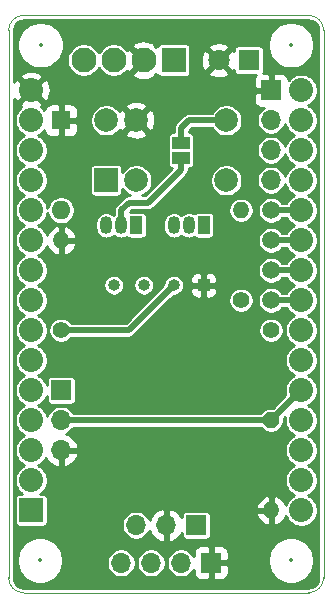
<source format=gbr>
%TF.GenerationSoftware,KiCad,Pcbnew,5.1.5+dfsg1-2~bpo10+1*%
%TF.CreationDate,Date%
%TF.ProjectId,PIS,5049532e-6b69-4636-9164-5f7063625858,rev?*%
%TF.SameCoordinates,Original*%
%TF.FileFunction,Copper,L1,Top*%
%TF.FilePolarity,Positive*%
%FSLAX45Y45*%
G04 Gerber Fmt 4.5, Leading zero omitted, Abs format (unit mm)*
G04 Created by KiCad*
%MOMM*%
%LPD*%
G04 APERTURE LIST*
%ADD10C,0.120000*%
%ADD11R,1.500000X1.000000*%
%ADD12C,2.100000*%
%ADD13R,2.100000X2.100000*%
%ADD14C,1.400000*%
%ADD15C,0.150000*%
%ADD16O,1.700000X1.700000*%
%ADD17R,1.700000X1.700000*%
%ADD18O,1.000000X1.000000*%
%ADD19R,1.000000X1.000000*%
%ADD20C,1.500000*%
%ADD21O,1.400000X1.400000*%
%ADD22C,1.800000*%
%ADD23R,1.800000X1.800000*%
%ADD24R,1.050000X1.500000*%
%ADD25O,1.050000X1.500000*%
%ADD26O,1.600000X1.600000*%
%ADD27R,1.600000X1.600000*%
%ADD28C,2.000000*%
%ADD29R,2.000000X2.000000*%
%ADD30C,2.032000*%
%ADD31R,2.032000X2.032000*%
%ADD32C,0.500000*%
%ADD33C,0.250000*%
%ADD34C,0.350000*%
G04 APERTURE END LIST*
D10*
X-190500Y4063511D02*
G75*
G02X-63500Y4190511I127000J0D01*
G01*
X2476500Y-571500D02*
G75*
G02X2349500Y-698500I-127000J0D01*
G01*
X2349500Y4190511D02*
G75*
G02X2476500Y4063511I0J-127000D01*
G01*
X-63500Y-698989D02*
G75*
G02X-190500Y-571989I0J127000D01*
G01*
X2476500Y-571500D02*
X2476500Y4064000D01*
X-63500Y-698500D02*
X2349500Y-698500D01*
X-190500Y4064000D02*
X-190500Y-571500D01*
X2349500Y4190511D02*
X-63500Y4190511D01*
D11*
X1270000Y2983000D03*
X1270000Y3113000D03*
D12*
X444500Y3810000D03*
X698500Y3810000D03*
X952500Y3810000D03*
D13*
X1206500Y3810000D03*
D14*
X444500Y3810000D03*
X952500Y3810000D03*
%TA.AperFunction,ComponentPad*%
D15*
G36*
X1254023Y3879880D02*
G01*
X1256442Y3879521D01*
X1258814Y3878927D01*
X1261117Y3878103D01*
X1263327Y3877057D01*
X1265425Y3875800D01*
X1267389Y3874343D01*
X1269201Y3872701D01*
X1270843Y3870889D01*
X1272300Y3868925D01*
X1273558Y3866827D01*
X1274603Y3864616D01*
X1275427Y3862314D01*
X1276021Y3859942D01*
X1276380Y3857523D01*
X1276500Y3855080D01*
X1276500Y3764920D01*
X1276380Y3762477D01*
X1276021Y3760058D01*
X1275427Y3757686D01*
X1274603Y3755383D01*
X1273558Y3753173D01*
X1272300Y3751075D01*
X1270843Y3749111D01*
X1269201Y3747299D01*
X1267389Y3745657D01*
X1265425Y3744200D01*
X1263327Y3742942D01*
X1261117Y3741897D01*
X1258814Y3741073D01*
X1256442Y3740479D01*
X1254023Y3740120D01*
X1251580Y3740000D01*
X1161420Y3740000D01*
X1158977Y3740120D01*
X1156558Y3740479D01*
X1154186Y3741073D01*
X1151884Y3741897D01*
X1149673Y3742942D01*
X1147575Y3744200D01*
X1145611Y3745657D01*
X1143799Y3747299D01*
X1142157Y3749111D01*
X1140700Y3751075D01*
X1139443Y3753173D01*
X1138397Y3755383D01*
X1137573Y3757686D01*
X1136979Y3760058D01*
X1136620Y3762477D01*
X1136500Y3764920D01*
X1136500Y3855080D01*
X1136620Y3857523D01*
X1136979Y3859942D01*
X1137573Y3862314D01*
X1138397Y3864616D01*
X1139443Y3866827D01*
X1140700Y3868925D01*
X1142157Y3870889D01*
X1143799Y3872701D01*
X1145611Y3874343D01*
X1147575Y3875800D01*
X1149673Y3877057D01*
X1151884Y3878103D01*
X1154186Y3878927D01*
X1156558Y3879521D01*
X1158977Y3879880D01*
X1161420Y3880000D01*
X1251580Y3880000D01*
X1254023Y3879880D01*
G37*
%TD.AperFunction*%
D16*
X762000Y-444500D03*
X1016000Y-444500D03*
X1270000Y-444500D03*
D17*
X1524000Y-444500D03*
D18*
X698500Y1905000D03*
X952500Y1905000D03*
X1206500Y1905000D03*
D19*
X1460500Y1905000D03*
D20*
X2032000Y2540000D03*
X2032000Y2286000D03*
X2032000Y2032000D03*
X2032000Y1778000D03*
D21*
X1778000Y2540000D03*
D14*
X1778000Y1778000D03*
D22*
X1587500Y3810000D03*
D23*
X1841500Y3810000D03*
D24*
X1460500Y2413000D03*
D25*
X1206500Y2413000D03*
X1333500Y2413000D03*
D26*
X254000Y2540000D03*
D27*
X254000Y3302000D03*
D28*
X635000Y3302000D03*
X889000Y3302000D03*
D29*
X635000Y2794000D03*
D28*
X889000Y2794000D03*
X1651000Y3302000D03*
X1651000Y2794000D03*
D21*
X2032000Y762000D03*
D14*
X2032000Y1524000D03*
D21*
X2032000Y0D03*
D14*
X2032000Y762000D03*
D24*
X889000Y2413000D03*
D25*
X635000Y2413000D03*
X762000Y2413000D03*
D16*
X254000Y508000D03*
X254000Y762000D03*
D17*
X254000Y1016000D03*
D30*
X2286000Y254000D03*
X2286000Y762000D03*
X2286000Y508000D03*
X2286000Y2540000D03*
X2286000Y2286000D03*
X2286000Y1778000D03*
X2286000Y2032000D03*
X2286000Y3556000D03*
X2286000Y1524000D03*
X2286000Y1016000D03*
X2286000Y1270000D03*
X2286000Y2794000D03*
X2286000Y3302000D03*
X2286000Y3048000D03*
X2286000Y0D03*
X0Y3556000D03*
X0Y3302000D03*
X0Y3048000D03*
X0Y2794000D03*
X0Y2540000D03*
X0Y2286000D03*
X0Y2032000D03*
X0Y1778000D03*
X0Y1524000D03*
X0Y1270000D03*
X0Y1016000D03*
X0Y762000D03*
X0Y508000D03*
X0Y254000D03*
D31*
X0Y0D03*
D16*
X889000Y-127000D03*
X1143000Y-127000D03*
D17*
X1397000Y-127000D03*
D21*
X254000Y2286000D03*
D14*
X254000Y1524000D03*
D16*
X2032000Y2794000D03*
X2032000Y3048000D03*
X2032000Y3302000D03*
D17*
X2032000Y3556000D03*
D32*
X825500Y1524000D02*
X254000Y1524000D01*
X1206500Y1905000D02*
X825500Y1524000D01*
X1270000Y2883000D02*
X990500Y2603500D01*
X1270000Y2983000D02*
X1270000Y2883000D01*
X990500Y2603500D02*
X825500Y2603500D01*
X825500Y2603500D02*
X762000Y2540000D01*
X762000Y2540000D02*
X762000Y2413000D01*
X2032000Y1778000D02*
X2286000Y1778000D01*
X2032000Y2032000D02*
X2286000Y2032000D01*
X2032000Y2286000D02*
X2286000Y2286000D01*
X2032000Y2540000D02*
X2286000Y2540000D01*
X254000Y762000D02*
X2032000Y762000D01*
X2032000Y762000D02*
X2286000Y1016000D01*
X1651000Y3302000D02*
X1509579Y3302000D01*
X1509579Y3302000D02*
X1333500Y3302000D01*
X1333500Y3302000D02*
X1270000Y3238500D01*
X1270000Y3238500D02*
X1270000Y3111500D01*
D33*
G36*
X2365678Y4145216D02*
G01*
X2381240Y4140518D01*
X2395593Y4132886D01*
X2408190Y4122612D01*
X2418552Y4110087D01*
X2426283Y4095788D01*
X2431090Y4080259D01*
X2433000Y4062088D01*
X2433000Y-569372D01*
X2431205Y-587678D01*
X2426507Y-603240D01*
X2418875Y-617593D01*
X2408601Y-630190D01*
X2396076Y-640552D01*
X2381777Y-648283D01*
X2366248Y-653090D01*
X2348078Y-655000D01*
X-65636Y-655000D01*
X-65997Y-655036D01*
X-79678Y-653694D01*
X-95240Y-648996D01*
X-109593Y-641364D01*
X-122190Y-631090D01*
X-132552Y-618565D01*
X-140283Y-604266D01*
X-145090Y-588737D01*
X-147000Y-570567D01*
X-147000Y-405548D01*
X-122500Y-405548D01*
X-122500Y-444452D01*
X-114910Y-482609D01*
X-100022Y-518551D01*
X-78408Y-550899D01*
X-50899Y-578408D01*
X-18551Y-600022D01*
X17391Y-614910D01*
X55548Y-622500D01*
X94452Y-622500D01*
X132609Y-614910D01*
X168551Y-600022D01*
X200899Y-578408D01*
X228408Y-550899D01*
X250022Y-518551D01*
X264910Y-482609D01*
X272500Y-444452D01*
X272500Y-432435D01*
X639500Y-432435D01*
X639500Y-456565D01*
X644208Y-480232D01*
X653442Y-502525D01*
X666848Y-522589D01*
X683911Y-539652D01*
X703974Y-553058D01*
X726268Y-562292D01*
X749935Y-567000D01*
X774065Y-567000D01*
X797732Y-562292D01*
X820025Y-553058D01*
X840089Y-539652D01*
X857152Y-522589D01*
X870558Y-502525D01*
X879792Y-480232D01*
X884500Y-456565D01*
X884500Y-432435D01*
X893500Y-432435D01*
X893500Y-456565D01*
X898208Y-480232D01*
X907442Y-502525D01*
X920848Y-522589D01*
X937911Y-539652D01*
X957974Y-553058D01*
X980268Y-562292D01*
X1003935Y-567000D01*
X1028065Y-567000D01*
X1051732Y-562292D01*
X1074026Y-553058D01*
X1094089Y-539652D01*
X1111152Y-522589D01*
X1124558Y-502525D01*
X1133792Y-480232D01*
X1138500Y-456565D01*
X1138500Y-432435D01*
X1147500Y-432435D01*
X1147500Y-456565D01*
X1152208Y-480232D01*
X1161442Y-502525D01*
X1174848Y-522589D01*
X1191911Y-539652D01*
X1211975Y-553058D01*
X1234268Y-562292D01*
X1257935Y-567000D01*
X1282065Y-567000D01*
X1305732Y-562292D01*
X1328026Y-553058D01*
X1348089Y-539652D01*
X1365152Y-522589D01*
X1376323Y-505870D01*
X1376198Y-529500D01*
X1377404Y-541752D01*
X1380978Y-553533D01*
X1386782Y-564391D01*
X1394592Y-573908D01*
X1404109Y-581718D01*
X1414967Y-587522D01*
X1426748Y-591096D01*
X1439000Y-592302D01*
X1495875Y-592000D01*
X1511500Y-576375D01*
X1511500Y-457000D01*
X1536500Y-457000D01*
X1536500Y-576375D01*
X1552125Y-592000D01*
X1609000Y-592302D01*
X1621252Y-591096D01*
X1633033Y-587522D01*
X1643891Y-581718D01*
X1653408Y-573908D01*
X1661218Y-564391D01*
X1667022Y-553533D01*
X1670596Y-541752D01*
X1671802Y-529500D01*
X1671500Y-472625D01*
X1655875Y-457000D01*
X1536500Y-457000D01*
X1511500Y-457000D01*
X1509500Y-457000D01*
X1509500Y-432000D01*
X1511500Y-432000D01*
X1511500Y-312625D01*
X1536500Y-312625D01*
X1536500Y-432000D01*
X1655875Y-432000D01*
X1671500Y-416375D01*
X1671557Y-405548D01*
X2002500Y-405548D01*
X2002500Y-444452D01*
X2010090Y-482609D01*
X2024978Y-518551D01*
X2046592Y-550899D01*
X2074101Y-578408D01*
X2106449Y-600022D01*
X2142391Y-614910D01*
X2180548Y-622500D01*
X2219452Y-622500D01*
X2257609Y-614910D01*
X2293551Y-600022D01*
X2325899Y-578408D01*
X2353408Y-550899D01*
X2375022Y-518551D01*
X2389910Y-482609D01*
X2397500Y-444452D01*
X2397500Y-405548D01*
X2389910Y-367391D01*
X2375022Y-331449D01*
X2353408Y-299101D01*
X2325899Y-271592D01*
X2293551Y-249978D01*
X2257609Y-235090D01*
X2219452Y-227500D01*
X2180548Y-227500D01*
X2142391Y-235090D01*
X2106449Y-249978D01*
X2074101Y-271592D01*
X2046592Y-299101D01*
X2024978Y-331449D01*
X2010090Y-367391D01*
X2002500Y-405548D01*
X1671557Y-405548D01*
X1671802Y-359500D01*
X1670596Y-347248D01*
X1667022Y-335467D01*
X1661218Y-324609D01*
X1653408Y-315092D01*
X1643891Y-307282D01*
X1633033Y-301478D01*
X1621252Y-297904D01*
X1609000Y-296698D01*
X1552125Y-297000D01*
X1536500Y-312625D01*
X1511500Y-312625D01*
X1495875Y-297000D01*
X1439000Y-296698D01*
X1426748Y-297904D01*
X1414967Y-301478D01*
X1404109Y-307282D01*
X1394592Y-315092D01*
X1386782Y-324609D01*
X1380978Y-335467D01*
X1377404Y-347248D01*
X1376198Y-359500D01*
X1376323Y-383130D01*
X1365152Y-366411D01*
X1348089Y-349348D01*
X1328026Y-335942D01*
X1305732Y-326708D01*
X1282065Y-322000D01*
X1257935Y-322000D01*
X1234268Y-326708D01*
X1211975Y-335942D01*
X1191911Y-349348D01*
X1174848Y-366411D01*
X1161442Y-386474D01*
X1152208Y-408768D01*
X1147500Y-432435D01*
X1138500Y-432435D01*
X1133792Y-408768D01*
X1124558Y-386474D01*
X1111152Y-366411D01*
X1094089Y-349348D01*
X1074026Y-335942D01*
X1051732Y-326708D01*
X1028065Y-322000D01*
X1003935Y-322000D01*
X980268Y-326708D01*
X957974Y-335942D01*
X937911Y-349348D01*
X920848Y-366411D01*
X907442Y-386474D01*
X898208Y-408768D01*
X893500Y-432435D01*
X884500Y-432435D01*
X879792Y-408768D01*
X870558Y-386474D01*
X857152Y-366411D01*
X840089Y-349348D01*
X820025Y-335942D01*
X797732Y-326708D01*
X774065Y-322000D01*
X749935Y-322000D01*
X726268Y-326708D01*
X703974Y-335942D01*
X683911Y-349348D01*
X666848Y-366411D01*
X653442Y-386474D01*
X644208Y-408768D01*
X639500Y-432435D01*
X272500Y-432435D01*
X272500Y-405548D01*
X264910Y-367391D01*
X250022Y-331449D01*
X228408Y-299101D01*
X200899Y-271592D01*
X168551Y-249978D01*
X132609Y-235090D01*
X94452Y-227500D01*
X55548Y-227500D01*
X17391Y-235090D01*
X-18551Y-249978D01*
X-50899Y-271592D01*
X-78408Y-299101D01*
X-100022Y-331449D01*
X-114910Y-367391D01*
X-122500Y-405548D01*
X-147000Y-405548D01*
X-147000Y101600D01*
X-139281Y101600D01*
X-139281Y-101600D01*
X-138557Y-108951D01*
X-136413Y-116020D01*
X-132931Y-122535D01*
X-128245Y-128245D01*
X-122535Y-132931D01*
X-116020Y-136413D01*
X-108951Y-138557D01*
X-101600Y-139281D01*
X101600Y-139281D01*
X108951Y-138557D01*
X116020Y-136413D01*
X122535Y-132931D01*
X128245Y-128245D01*
X132931Y-122535D01*
X136413Y-116020D01*
X136742Y-114935D01*
X766500Y-114935D01*
X766500Y-139065D01*
X771208Y-162732D01*
X780442Y-185025D01*
X793848Y-205089D01*
X810911Y-222152D01*
X830974Y-235558D01*
X853268Y-244792D01*
X876935Y-249500D01*
X901065Y-249500D01*
X924732Y-244792D01*
X947025Y-235558D01*
X967089Y-222152D01*
X984152Y-205089D01*
X997558Y-185025D01*
X1003094Y-171661D01*
X1009441Y-189596D01*
X1024219Y-214450D01*
X1043562Y-235942D01*
X1066726Y-253248D01*
X1092821Y-265703D01*
X1107663Y-270205D01*
X1130500Y-258281D01*
X1130500Y-139500D01*
X1128500Y-139500D01*
X1128500Y-114500D01*
X1130500Y-114500D01*
X1130500Y4281D01*
X1155500Y4281D01*
X1155500Y-114500D01*
X1157500Y-114500D01*
X1157500Y-139500D01*
X1155500Y-139500D01*
X1155500Y-258281D01*
X1178337Y-270205D01*
X1193179Y-265703D01*
X1219274Y-253248D01*
X1242438Y-235942D01*
X1261781Y-214450D01*
X1274319Y-193365D01*
X1274319Y-212000D01*
X1275043Y-219351D01*
X1277187Y-226420D01*
X1280669Y-232935D01*
X1285355Y-238645D01*
X1291065Y-243331D01*
X1297580Y-246813D01*
X1304649Y-248957D01*
X1312000Y-249681D01*
X1482000Y-249681D01*
X1489351Y-248957D01*
X1496420Y-246813D01*
X1502935Y-243331D01*
X1508645Y-238645D01*
X1513331Y-232935D01*
X1516813Y-226420D01*
X1518957Y-219351D01*
X1519681Y-212000D01*
X1519681Y-42000D01*
X1518957Y-34649D01*
X1518452Y-32981D01*
X1903670Y-32981D01*
X1912570Y-57383D01*
X1926060Y-79581D01*
X1943621Y-98719D01*
X1964578Y-114064D01*
X1988127Y-125026D01*
X1999019Y-128330D01*
X2019500Y-116205D01*
X2019500Y-12500D01*
X1915715Y-12500D01*
X1903670Y-32981D01*
X1518452Y-32981D01*
X1516813Y-27580D01*
X1513331Y-21065D01*
X1508645Y-15355D01*
X1502935Y-10669D01*
X1496420Y-7187D01*
X1489351Y-5043D01*
X1482000Y-4319D01*
X1312000Y-4319D01*
X1304649Y-5043D01*
X1297580Y-7187D01*
X1291065Y-10669D01*
X1285355Y-15355D01*
X1280669Y-21065D01*
X1277187Y-27580D01*
X1275043Y-34649D01*
X1274319Y-42000D01*
X1274319Y-60635D01*
X1261781Y-39550D01*
X1242438Y-18058D01*
X1219274Y-751D01*
X1193179Y11703D01*
X1178337Y16204D01*
X1155500Y4281D01*
X1130500Y4281D01*
X1107663Y16204D01*
X1092821Y11703D01*
X1066726Y-751D01*
X1043562Y-18058D01*
X1024219Y-39550D01*
X1009441Y-64404D01*
X1003094Y-82340D01*
X997558Y-68975D01*
X984152Y-48911D01*
X967089Y-31848D01*
X947025Y-18442D01*
X924732Y-9208D01*
X901065Y-4500D01*
X876935Y-4500D01*
X853268Y-9208D01*
X830974Y-18442D01*
X810911Y-31848D01*
X793848Y-48911D01*
X780442Y-68975D01*
X771208Y-91268D01*
X766500Y-114935D01*
X136742Y-114935D01*
X138557Y-108951D01*
X139281Y-101600D01*
X139281Y32981D01*
X1903670Y32981D01*
X1915715Y12500D01*
X2019500Y12500D01*
X2019500Y116205D01*
X1999019Y128330D01*
X1988127Y125026D01*
X1964578Y114064D01*
X1943621Y98719D01*
X1926060Y79581D01*
X1912570Y57383D01*
X1903670Y32981D01*
X139281Y32981D01*
X139281Y101600D01*
X138557Y108951D01*
X136413Y116020D01*
X132931Y122535D01*
X128245Y128245D01*
X122535Y132931D01*
X116020Y136413D01*
X108951Y138557D01*
X101600Y139281D01*
X78685Y139281D01*
X88671Y145954D01*
X108046Y165329D01*
X123269Y188111D01*
X133754Y213426D01*
X139100Y240300D01*
X139100Y267700D01*
X133754Y294574D01*
X123269Y319889D01*
X108046Y342671D01*
X88671Y362046D01*
X65889Y377269D01*
X56881Y381000D01*
X65889Y384731D01*
X88671Y399954D01*
X108046Y419329D01*
X122992Y441698D01*
X127751Y431726D01*
X145058Y408562D01*
X166550Y389219D01*
X191404Y374441D01*
X218663Y364795D01*
X241500Y376655D01*
X241500Y495500D01*
X266500Y495500D01*
X266500Y376655D01*
X289337Y364795D01*
X316596Y374441D01*
X341450Y389219D01*
X362942Y408562D01*
X380248Y431726D01*
X392703Y457821D01*
X397204Y472663D01*
X385281Y495500D01*
X266500Y495500D01*
X241500Y495500D01*
X239500Y495500D01*
X239500Y520500D01*
X241500Y520500D01*
X241500Y522500D01*
X266500Y522500D01*
X266500Y520500D01*
X385281Y520500D01*
X397204Y543337D01*
X392703Y558179D01*
X380248Y584274D01*
X362942Y607438D01*
X341450Y626781D01*
X316596Y641559D01*
X298661Y647906D01*
X312026Y653442D01*
X332089Y666848D01*
X349152Y683911D01*
X359568Y699500D01*
X1944472Y699500D01*
X1948499Y693473D01*
X1963473Y678499D01*
X1981080Y666735D01*
X2000643Y658631D01*
X2021412Y654500D01*
X2042588Y654500D01*
X2063357Y658631D01*
X2082920Y666735D01*
X2100527Y678499D01*
X2115501Y693473D01*
X2127265Y711080D01*
X2135369Y730643D01*
X2139500Y751412D01*
X2139500Y772588D01*
X2138086Y779697D01*
X2150081Y791693D01*
X2146900Y775700D01*
X2146900Y748300D01*
X2152246Y721426D01*
X2162731Y696112D01*
X2177954Y673329D01*
X2197329Y653954D01*
X2220112Y638731D01*
X2229119Y635000D01*
X2220112Y631269D01*
X2197329Y616046D01*
X2177954Y596671D01*
X2162731Y573889D01*
X2152246Y548574D01*
X2146900Y521700D01*
X2146900Y494300D01*
X2152246Y467426D01*
X2162731Y442111D01*
X2177954Y419329D01*
X2197329Y399954D01*
X2220112Y384731D01*
X2229119Y381000D01*
X2220112Y377269D01*
X2197329Y362046D01*
X2177954Y342671D01*
X2162731Y319889D01*
X2152246Y294574D01*
X2146900Y267700D01*
X2146900Y240300D01*
X2152246Y213426D01*
X2162731Y188111D01*
X2177954Y165329D01*
X2197329Y145954D01*
X2220112Y130731D01*
X2229119Y127000D01*
X2220112Y123269D01*
X2197329Y108046D01*
X2177954Y88671D01*
X2162731Y65889D01*
X2155072Y47398D01*
X2151430Y57383D01*
X2137940Y79581D01*
X2120379Y98719D01*
X2099422Y114064D01*
X2075873Y125026D01*
X2064981Y128330D01*
X2044500Y116205D01*
X2044500Y12500D01*
X2046500Y12500D01*
X2046500Y-12500D01*
X2044500Y-12500D01*
X2044500Y-116205D01*
X2064981Y-128330D01*
X2075873Y-125026D01*
X2099422Y-114064D01*
X2120379Y-98719D01*
X2137940Y-79581D01*
X2151430Y-57383D01*
X2155072Y-47398D01*
X2162731Y-65889D01*
X2177954Y-88671D01*
X2197329Y-108046D01*
X2220112Y-123269D01*
X2245426Y-133754D01*
X2272300Y-139100D01*
X2299700Y-139100D01*
X2326574Y-133754D01*
X2351889Y-123269D01*
X2374671Y-108046D01*
X2394046Y-88671D01*
X2409269Y-65889D01*
X2419754Y-40574D01*
X2425100Y-13700D01*
X2425100Y13700D01*
X2419754Y40574D01*
X2409269Y65889D01*
X2394046Y88671D01*
X2374671Y108046D01*
X2351889Y123269D01*
X2342881Y127000D01*
X2351889Y130731D01*
X2374671Y145954D01*
X2394046Y165329D01*
X2409269Y188111D01*
X2419754Y213426D01*
X2425100Y240300D01*
X2425100Y267700D01*
X2419754Y294574D01*
X2409269Y319889D01*
X2394046Y342671D01*
X2374671Y362046D01*
X2351889Y377269D01*
X2342881Y381000D01*
X2351889Y384731D01*
X2374671Y399954D01*
X2394046Y419329D01*
X2409269Y442111D01*
X2419754Y467426D01*
X2425100Y494300D01*
X2425100Y521700D01*
X2419754Y548574D01*
X2409269Y573889D01*
X2394046Y596671D01*
X2374671Y616046D01*
X2351889Y631269D01*
X2342881Y635000D01*
X2351889Y638731D01*
X2374671Y653954D01*
X2394046Y673329D01*
X2409269Y696112D01*
X2419754Y721426D01*
X2425100Y748300D01*
X2425100Y775700D01*
X2419754Y802574D01*
X2409269Y827888D01*
X2394046Y850671D01*
X2374671Y870046D01*
X2351889Y885269D01*
X2342881Y889000D01*
X2351889Y892731D01*
X2374671Y907954D01*
X2394046Y927329D01*
X2409269Y950111D01*
X2419754Y975426D01*
X2425100Y1002300D01*
X2425100Y1029700D01*
X2419754Y1056574D01*
X2409269Y1081889D01*
X2394046Y1104671D01*
X2374671Y1124046D01*
X2351889Y1139269D01*
X2342881Y1143000D01*
X2351889Y1146731D01*
X2374671Y1161954D01*
X2394046Y1181329D01*
X2409269Y1204112D01*
X2419754Y1229426D01*
X2425100Y1256300D01*
X2425100Y1283700D01*
X2419754Y1310574D01*
X2409269Y1335889D01*
X2394046Y1358671D01*
X2374671Y1378046D01*
X2351889Y1393269D01*
X2342881Y1397000D01*
X2351889Y1400731D01*
X2374671Y1415954D01*
X2394046Y1435329D01*
X2409269Y1458111D01*
X2419754Y1483426D01*
X2425100Y1510300D01*
X2425100Y1537700D01*
X2419754Y1564574D01*
X2409269Y1589888D01*
X2394046Y1612671D01*
X2374671Y1632046D01*
X2351889Y1647269D01*
X2342881Y1651000D01*
X2351889Y1654731D01*
X2374671Y1669954D01*
X2394046Y1689329D01*
X2409269Y1712111D01*
X2419754Y1737426D01*
X2425100Y1764300D01*
X2425100Y1791700D01*
X2419754Y1818574D01*
X2409269Y1843888D01*
X2394046Y1866671D01*
X2374671Y1886046D01*
X2351889Y1901269D01*
X2342881Y1905000D01*
X2351889Y1908731D01*
X2374671Y1923954D01*
X2394046Y1943329D01*
X2409269Y1966111D01*
X2419754Y1991426D01*
X2425100Y2018300D01*
X2425100Y2045700D01*
X2419754Y2072574D01*
X2409269Y2097889D01*
X2394046Y2120671D01*
X2374671Y2140046D01*
X2351889Y2155269D01*
X2342881Y2159000D01*
X2351889Y2162731D01*
X2374671Y2177954D01*
X2394046Y2197329D01*
X2409269Y2220112D01*
X2419754Y2245426D01*
X2425100Y2272300D01*
X2425100Y2299700D01*
X2419754Y2326574D01*
X2409269Y2351889D01*
X2394046Y2374671D01*
X2374671Y2394046D01*
X2351889Y2409269D01*
X2342881Y2413000D01*
X2351889Y2416731D01*
X2374671Y2431954D01*
X2394046Y2451329D01*
X2409269Y2474112D01*
X2419754Y2499426D01*
X2425100Y2526300D01*
X2425100Y2553700D01*
X2419754Y2580574D01*
X2409269Y2605889D01*
X2394046Y2628671D01*
X2374671Y2648046D01*
X2351889Y2663269D01*
X2342881Y2667000D01*
X2351889Y2670731D01*
X2374671Y2685954D01*
X2394046Y2705329D01*
X2409269Y2728112D01*
X2419754Y2753426D01*
X2425100Y2780300D01*
X2425100Y2807700D01*
X2419754Y2834574D01*
X2409269Y2859888D01*
X2394046Y2882671D01*
X2374671Y2902046D01*
X2351889Y2917269D01*
X2342881Y2921000D01*
X2351889Y2924731D01*
X2374671Y2939954D01*
X2394046Y2959329D01*
X2409269Y2982111D01*
X2419754Y3007426D01*
X2425100Y3034300D01*
X2425100Y3061700D01*
X2419754Y3088574D01*
X2409269Y3113888D01*
X2394046Y3136671D01*
X2374671Y3156046D01*
X2351889Y3171269D01*
X2342881Y3175000D01*
X2351889Y3178731D01*
X2374671Y3193954D01*
X2394046Y3213329D01*
X2409269Y3236111D01*
X2419754Y3261426D01*
X2425100Y3288300D01*
X2425100Y3315700D01*
X2419754Y3342574D01*
X2409269Y3367888D01*
X2394046Y3390671D01*
X2374671Y3410046D01*
X2351889Y3425269D01*
X2342881Y3429000D01*
X2351889Y3432731D01*
X2374671Y3447954D01*
X2394046Y3467329D01*
X2409269Y3490111D01*
X2419754Y3515426D01*
X2425100Y3542300D01*
X2425100Y3569700D01*
X2419754Y3596574D01*
X2409269Y3621888D01*
X2394046Y3644671D01*
X2374671Y3664046D01*
X2351889Y3679269D01*
X2326574Y3689754D01*
X2299700Y3695100D01*
X2272300Y3695100D01*
X2245426Y3689754D01*
X2220112Y3679269D01*
X2197329Y3664046D01*
X2179308Y3646025D01*
X2178596Y3653252D01*
X2175022Y3665033D01*
X2169218Y3675891D01*
X2161408Y3685408D01*
X2151891Y3693218D01*
X2141033Y3699022D01*
X2129252Y3702596D01*
X2117000Y3703802D01*
X2060125Y3703500D01*
X2044500Y3687875D01*
X2044500Y3568500D01*
X2046500Y3568500D01*
X2046500Y3543500D01*
X2044500Y3543500D01*
X2044500Y3541500D01*
X2019500Y3541500D01*
X2019500Y3543500D01*
X1900125Y3543500D01*
X1884500Y3527875D01*
X1884198Y3471000D01*
X1885404Y3458748D01*
X1888978Y3446967D01*
X1894782Y3436109D01*
X1902592Y3426592D01*
X1912109Y3418782D01*
X1922967Y3412978D01*
X1934748Y3409404D01*
X1947000Y3408198D01*
X1970630Y3408323D01*
X1953911Y3397152D01*
X1936848Y3380089D01*
X1923442Y3360025D01*
X1914208Y3337732D01*
X1909500Y3314065D01*
X1909500Y3289935D01*
X1914208Y3266268D01*
X1923442Y3243974D01*
X1936848Y3223911D01*
X1953911Y3206848D01*
X1973974Y3193442D01*
X1996268Y3184208D01*
X2019935Y3179500D01*
X2044065Y3179500D01*
X2067732Y3184208D01*
X2090025Y3193442D01*
X2110089Y3206848D01*
X2127152Y3223911D01*
X2140558Y3243974D01*
X2149792Y3266268D01*
X2150537Y3270013D01*
X2152246Y3261426D01*
X2162731Y3236111D01*
X2177954Y3213329D01*
X2197329Y3193954D01*
X2220112Y3178731D01*
X2229119Y3175000D01*
X2220112Y3171269D01*
X2197329Y3156046D01*
X2177954Y3136671D01*
X2162731Y3113888D01*
X2152246Y3088574D01*
X2150537Y3079986D01*
X2149792Y3083732D01*
X2140558Y3106025D01*
X2127152Y3126089D01*
X2110089Y3143152D01*
X2090025Y3156558D01*
X2067732Y3165792D01*
X2044065Y3170500D01*
X2019935Y3170500D01*
X1996268Y3165792D01*
X1973974Y3156558D01*
X1953911Y3143152D01*
X1936848Y3126089D01*
X1923442Y3106025D01*
X1914208Y3083732D01*
X1909500Y3060065D01*
X1909500Y3035935D01*
X1914208Y3012268D01*
X1923442Y2989974D01*
X1936848Y2969911D01*
X1953911Y2952848D01*
X1973974Y2939442D01*
X1996268Y2930208D01*
X2019935Y2925500D01*
X2044065Y2925500D01*
X2067732Y2930208D01*
X2090025Y2939442D01*
X2110089Y2952848D01*
X2127152Y2969911D01*
X2140558Y2989974D01*
X2149792Y3012268D01*
X2150537Y3016013D01*
X2152246Y3007426D01*
X2162731Y2982111D01*
X2177954Y2959329D01*
X2197329Y2939954D01*
X2220112Y2924731D01*
X2229119Y2921000D01*
X2220112Y2917269D01*
X2197329Y2902046D01*
X2177954Y2882671D01*
X2162731Y2859888D01*
X2152246Y2834574D01*
X2150537Y2825986D01*
X2149792Y2829732D01*
X2140558Y2852025D01*
X2127152Y2872089D01*
X2110089Y2889152D01*
X2090025Y2902558D01*
X2067732Y2911792D01*
X2044065Y2916500D01*
X2019935Y2916500D01*
X1996268Y2911792D01*
X1973974Y2902558D01*
X1953911Y2889152D01*
X1936848Y2872089D01*
X1923442Y2852025D01*
X1914208Y2829732D01*
X1909500Y2806065D01*
X1909500Y2781935D01*
X1914208Y2758268D01*
X1923442Y2735975D01*
X1936848Y2715911D01*
X1953911Y2698848D01*
X1973974Y2685442D01*
X1996268Y2676208D01*
X2019935Y2671500D01*
X2044065Y2671500D01*
X2067732Y2676208D01*
X2090025Y2685442D01*
X2110089Y2698848D01*
X2127152Y2715911D01*
X2140558Y2735975D01*
X2149792Y2758268D01*
X2150537Y2762014D01*
X2152246Y2753426D01*
X2162731Y2728112D01*
X2177954Y2705329D01*
X2197329Y2685954D01*
X2220112Y2670731D01*
X2229119Y2667000D01*
X2220112Y2663269D01*
X2197329Y2648046D01*
X2177954Y2628671D01*
X2162731Y2605889D01*
X2161328Y2602500D01*
X2125541Y2602500D01*
X2119384Y2611715D01*
X2103715Y2627384D01*
X2085289Y2639696D01*
X2064815Y2648177D01*
X2043080Y2652500D01*
X2020920Y2652500D01*
X1999185Y2648177D01*
X1978711Y2639696D01*
X1960285Y2627384D01*
X1944616Y2611715D01*
X1932304Y2593289D01*
X1923823Y2572815D01*
X1919500Y2551080D01*
X1919500Y2528920D01*
X1923823Y2507185D01*
X1932304Y2486711D01*
X1944616Y2468286D01*
X1960285Y2452616D01*
X1978711Y2440304D01*
X1999185Y2431823D01*
X2020920Y2427500D01*
X2043080Y2427500D01*
X2064815Y2431823D01*
X2085289Y2440304D01*
X2103715Y2452616D01*
X2119384Y2468286D01*
X2125541Y2477500D01*
X2161328Y2477500D01*
X2162731Y2474112D01*
X2177954Y2451329D01*
X2197329Y2431954D01*
X2220112Y2416731D01*
X2229119Y2413000D01*
X2220112Y2409269D01*
X2197329Y2394046D01*
X2177954Y2374671D01*
X2162731Y2351889D01*
X2161328Y2348500D01*
X2125541Y2348500D01*
X2119384Y2357715D01*
X2103715Y2373384D01*
X2085289Y2385696D01*
X2064815Y2394177D01*
X2043080Y2398500D01*
X2020920Y2398500D01*
X1999185Y2394177D01*
X1978711Y2385696D01*
X1960285Y2373384D01*
X1944616Y2357715D01*
X1932304Y2339289D01*
X1923823Y2318815D01*
X1919500Y2297080D01*
X1919500Y2274920D01*
X1923823Y2253185D01*
X1932304Y2232711D01*
X1944616Y2214286D01*
X1960285Y2198616D01*
X1978711Y2186304D01*
X1999185Y2177823D01*
X2020920Y2173500D01*
X2043080Y2173500D01*
X2064815Y2177823D01*
X2085289Y2186304D01*
X2103715Y2198616D01*
X2119384Y2214286D01*
X2125541Y2223500D01*
X2161328Y2223500D01*
X2162731Y2220112D01*
X2177954Y2197329D01*
X2197329Y2177954D01*
X2220112Y2162731D01*
X2229119Y2159000D01*
X2220112Y2155269D01*
X2197329Y2140046D01*
X2177954Y2120671D01*
X2162731Y2097889D01*
X2161328Y2094500D01*
X2125541Y2094500D01*
X2119384Y2103715D01*
X2103715Y2119384D01*
X2085289Y2131696D01*
X2064815Y2140177D01*
X2043080Y2144500D01*
X2020920Y2144500D01*
X1999185Y2140177D01*
X1978711Y2131696D01*
X1960285Y2119384D01*
X1944616Y2103715D01*
X1932304Y2085289D01*
X1923823Y2064815D01*
X1919500Y2043080D01*
X1919500Y2020920D01*
X1923823Y1999185D01*
X1932304Y1978711D01*
X1944616Y1960285D01*
X1960285Y1944616D01*
X1978711Y1932304D01*
X1999185Y1923823D01*
X2020920Y1919500D01*
X2043080Y1919500D01*
X2064815Y1923823D01*
X2085289Y1932304D01*
X2103715Y1944616D01*
X2119384Y1960285D01*
X2125541Y1969500D01*
X2161328Y1969500D01*
X2162731Y1966111D01*
X2177954Y1943329D01*
X2197329Y1923954D01*
X2220112Y1908731D01*
X2229119Y1905000D01*
X2220112Y1901269D01*
X2197329Y1886046D01*
X2177954Y1866671D01*
X2162731Y1843888D01*
X2161328Y1840500D01*
X2125541Y1840500D01*
X2119384Y1849714D01*
X2103715Y1865384D01*
X2085289Y1877696D01*
X2064815Y1886177D01*
X2043080Y1890500D01*
X2020920Y1890500D01*
X1999185Y1886177D01*
X1978711Y1877696D01*
X1960285Y1865384D01*
X1944616Y1849714D01*
X1932304Y1831289D01*
X1923823Y1810815D01*
X1919500Y1789080D01*
X1919500Y1766920D01*
X1923823Y1745185D01*
X1932304Y1724711D01*
X1944616Y1706285D01*
X1960285Y1690616D01*
X1978711Y1678304D01*
X1999185Y1669823D01*
X2020920Y1665500D01*
X2043080Y1665500D01*
X2064815Y1669823D01*
X2085289Y1678304D01*
X2103715Y1690616D01*
X2119384Y1706285D01*
X2125541Y1715500D01*
X2161328Y1715500D01*
X2162731Y1712111D01*
X2177954Y1689329D01*
X2197329Y1669954D01*
X2220112Y1654731D01*
X2229119Y1651000D01*
X2220112Y1647269D01*
X2197329Y1632046D01*
X2177954Y1612671D01*
X2162731Y1589888D01*
X2152246Y1564574D01*
X2146900Y1537700D01*
X2146900Y1510300D01*
X2152246Y1483426D01*
X2162731Y1458111D01*
X2177954Y1435329D01*
X2197329Y1415954D01*
X2220112Y1400731D01*
X2229119Y1397000D01*
X2220112Y1393269D01*
X2197329Y1378046D01*
X2177954Y1358671D01*
X2162731Y1335889D01*
X2152246Y1310574D01*
X2146900Y1283700D01*
X2146900Y1256300D01*
X2152246Y1229426D01*
X2162731Y1204112D01*
X2177954Y1181329D01*
X2197329Y1161954D01*
X2220112Y1146731D01*
X2229119Y1143000D01*
X2220112Y1139269D01*
X2197329Y1124046D01*
X2177954Y1104671D01*
X2162731Y1081889D01*
X2152246Y1056574D01*
X2146900Y1029700D01*
X2146900Y1002300D01*
X2152246Y975426D01*
X2153649Y972037D01*
X2049697Y868086D01*
X2042588Y869500D01*
X2021412Y869500D01*
X2000643Y865369D01*
X1981080Y857265D01*
X1963473Y845501D01*
X1948499Y830527D01*
X1944472Y824500D01*
X359568Y824500D01*
X349152Y840089D01*
X332089Y857152D01*
X312026Y870558D01*
X289732Y879792D01*
X266065Y884500D01*
X241935Y884500D01*
X218268Y879792D01*
X195974Y870558D01*
X175911Y857152D01*
X158848Y840089D01*
X145442Y820025D01*
X136208Y797732D01*
X135463Y793986D01*
X133754Y802574D01*
X123269Y827888D01*
X108046Y850671D01*
X88671Y870046D01*
X65889Y885269D01*
X56881Y889000D01*
X65889Y892731D01*
X88671Y907954D01*
X108046Y927329D01*
X123269Y950111D01*
X131319Y969545D01*
X131319Y931000D01*
X132043Y923649D01*
X134187Y916580D01*
X137669Y910065D01*
X142355Y904355D01*
X148065Y899669D01*
X154580Y896187D01*
X161649Y894043D01*
X169000Y893319D01*
X339000Y893319D01*
X346351Y894043D01*
X353420Y896187D01*
X359935Y899669D01*
X365645Y904355D01*
X370331Y910065D01*
X373813Y916580D01*
X375957Y923649D01*
X376681Y931000D01*
X376681Y1101000D01*
X375957Y1108351D01*
X373813Y1115420D01*
X370331Y1121935D01*
X365645Y1127645D01*
X359935Y1132331D01*
X353420Y1135813D01*
X346351Y1137957D01*
X339000Y1138681D01*
X169000Y1138681D01*
X161649Y1137957D01*
X154580Y1135813D01*
X148065Y1132331D01*
X142355Y1127645D01*
X137669Y1121935D01*
X134187Y1115420D01*
X132043Y1108351D01*
X131319Y1101000D01*
X131319Y1062455D01*
X123269Y1081889D01*
X108046Y1104671D01*
X88671Y1124046D01*
X65889Y1139269D01*
X56881Y1143000D01*
X65889Y1146731D01*
X88671Y1161954D01*
X108046Y1181329D01*
X123269Y1204112D01*
X133754Y1229426D01*
X139100Y1256300D01*
X139100Y1283700D01*
X133754Y1310574D01*
X123269Y1335889D01*
X108046Y1358671D01*
X88671Y1378046D01*
X65889Y1393269D01*
X56881Y1397000D01*
X65889Y1400731D01*
X88671Y1415954D01*
X108046Y1435329D01*
X123269Y1458111D01*
X133754Y1483426D01*
X139100Y1510300D01*
X139100Y1534588D01*
X146500Y1534588D01*
X146500Y1513412D01*
X150631Y1492643D01*
X158735Y1473080D01*
X170499Y1455473D01*
X185473Y1440499D01*
X203080Y1428735D01*
X222643Y1420631D01*
X243412Y1416500D01*
X264588Y1416500D01*
X285357Y1420631D01*
X304920Y1428735D01*
X322527Y1440499D01*
X337501Y1455473D01*
X341528Y1461500D01*
X822431Y1461500D01*
X825500Y1461198D01*
X828569Y1461500D01*
X828570Y1461500D01*
X837752Y1462404D01*
X849533Y1465978D01*
X860391Y1471782D01*
X869908Y1479592D01*
X871866Y1481978D01*
X924476Y1534588D01*
X1924500Y1534588D01*
X1924500Y1513412D01*
X1928631Y1492643D01*
X1936735Y1473080D01*
X1948499Y1455473D01*
X1963473Y1440499D01*
X1981080Y1428735D01*
X2000643Y1420631D01*
X2021412Y1416500D01*
X2042588Y1416500D01*
X2063357Y1420631D01*
X2082920Y1428735D01*
X2100527Y1440499D01*
X2115501Y1455473D01*
X2127265Y1473080D01*
X2135369Y1492643D01*
X2139500Y1513412D01*
X2139500Y1534588D01*
X2135369Y1555357D01*
X2127265Y1574920D01*
X2115501Y1592527D01*
X2100527Y1607501D01*
X2082920Y1619265D01*
X2063357Y1627369D01*
X2042588Y1631500D01*
X2021412Y1631500D01*
X2000643Y1627369D01*
X1981080Y1619265D01*
X1963473Y1607501D01*
X1948499Y1592527D01*
X1936735Y1574920D01*
X1928631Y1555357D01*
X1924500Y1534588D01*
X924476Y1534588D01*
X1178476Y1788588D01*
X1670500Y1788588D01*
X1670500Y1767412D01*
X1674631Y1746643D01*
X1682735Y1727080D01*
X1694499Y1709473D01*
X1709473Y1694499D01*
X1727080Y1682735D01*
X1746643Y1674631D01*
X1767412Y1670500D01*
X1788588Y1670500D01*
X1809357Y1674631D01*
X1828920Y1682735D01*
X1846527Y1694499D01*
X1861501Y1709473D01*
X1873265Y1727080D01*
X1881369Y1746643D01*
X1885500Y1767412D01*
X1885500Y1788588D01*
X1881369Y1809357D01*
X1873265Y1828920D01*
X1861501Y1846527D01*
X1846527Y1861501D01*
X1828920Y1873265D01*
X1809357Y1881369D01*
X1788588Y1885500D01*
X1767412Y1885500D01*
X1746643Y1881369D01*
X1727080Y1873265D01*
X1709473Y1861501D01*
X1694499Y1846527D01*
X1682735Y1828920D01*
X1674631Y1809357D01*
X1670500Y1788588D01*
X1178476Y1788588D01*
X1207388Y1817500D01*
X1215118Y1817500D01*
X1232023Y1820863D01*
X1247947Y1827458D01*
X1262278Y1837034D01*
X1274466Y1849222D01*
X1278326Y1855000D01*
X1347698Y1855000D01*
X1348904Y1842748D01*
X1352478Y1830967D01*
X1358282Y1820109D01*
X1366092Y1810592D01*
X1375609Y1802782D01*
X1386467Y1796978D01*
X1398248Y1793404D01*
X1410500Y1792198D01*
X1432375Y1792500D01*
X1448000Y1808125D01*
X1448000Y1892500D01*
X1473000Y1892500D01*
X1473000Y1808125D01*
X1488625Y1792500D01*
X1510500Y1792198D01*
X1522752Y1793404D01*
X1534533Y1796978D01*
X1545391Y1802782D01*
X1554908Y1810592D01*
X1562718Y1820109D01*
X1568522Y1830967D01*
X1572096Y1842748D01*
X1573302Y1855000D01*
X1573000Y1876875D01*
X1557375Y1892500D01*
X1473000Y1892500D01*
X1448000Y1892500D01*
X1363625Y1892500D01*
X1348000Y1876875D01*
X1347698Y1855000D01*
X1278326Y1855000D01*
X1284042Y1863553D01*
X1290637Y1879477D01*
X1294000Y1896382D01*
X1294000Y1913618D01*
X1290637Y1930523D01*
X1284042Y1946447D01*
X1278327Y1955000D01*
X1347698Y1955000D01*
X1348000Y1933125D01*
X1363625Y1917500D01*
X1448000Y1917500D01*
X1448000Y2001875D01*
X1473000Y2001875D01*
X1473000Y1917500D01*
X1557375Y1917500D01*
X1573000Y1933125D01*
X1573302Y1955000D01*
X1572096Y1967252D01*
X1568522Y1979033D01*
X1562718Y1989891D01*
X1554908Y1999408D01*
X1545391Y2007218D01*
X1534533Y2013022D01*
X1522752Y2016596D01*
X1510500Y2017802D01*
X1488625Y2017500D01*
X1473000Y2001875D01*
X1448000Y2001875D01*
X1432375Y2017500D01*
X1410500Y2017802D01*
X1398248Y2016596D01*
X1386467Y2013022D01*
X1375609Y2007218D01*
X1366092Y1999408D01*
X1358282Y1989891D01*
X1352478Y1979033D01*
X1348904Y1967252D01*
X1347698Y1955000D01*
X1278327Y1955000D01*
X1274466Y1960778D01*
X1262278Y1972966D01*
X1247947Y1982541D01*
X1232023Y1989137D01*
X1215118Y1992500D01*
X1197882Y1992500D01*
X1180977Y1989137D01*
X1165053Y1982541D01*
X1150722Y1972966D01*
X1138534Y1960778D01*
X1128959Y1946447D01*
X1122363Y1930523D01*
X1119000Y1913618D01*
X1119000Y1905888D01*
X799612Y1586500D01*
X341528Y1586500D01*
X337501Y1592527D01*
X322527Y1607501D01*
X304920Y1619265D01*
X285357Y1627369D01*
X264588Y1631500D01*
X243412Y1631500D01*
X222643Y1627369D01*
X203080Y1619265D01*
X185473Y1607501D01*
X170499Y1592527D01*
X158735Y1574920D01*
X150631Y1555357D01*
X146500Y1534588D01*
X139100Y1534588D01*
X139100Y1537700D01*
X133754Y1564574D01*
X123269Y1589888D01*
X108046Y1612671D01*
X88671Y1632046D01*
X65889Y1647269D01*
X56881Y1651000D01*
X65889Y1654731D01*
X88671Y1669954D01*
X108046Y1689329D01*
X123269Y1712111D01*
X133754Y1737426D01*
X139100Y1764300D01*
X139100Y1791700D01*
X133754Y1818574D01*
X123269Y1843888D01*
X108046Y1866671D01*
X88671Y1886046D01*
X65889Y1901269D01*
X56881Y1905000D01*
X65889Y1908731D01*
X73202Y1913618D01*
X611000Y1913618D01*
X611000Y1896382D01*
X614363Y1879477D01*
X620959Y1863553D01*
X630534Y1849222D01*
X642722Y1837034D01*
X657053Y1827458D01*
X672977Y1820863D01*
X689882Y1817500D01*
X707118Y1817500D01*
X724023Y1820863D01*
X739947Y1827458D01*
X754278Y1837034D01*
X766466Y1849222D01*
X776041Y1863553D01*
X782637Y1879477D01*
X786000Y1896382D01*
X786000Y1913618D01*
X865000Y1913618D01*
X865000Y1896382D01*
X868363Y1879477D01*
X874958Y1863553D01*
X884534Y1849222D01*
X896722Y1837034D01*
X911053Y1827458D01*
X926977Y1820863D01*
X943882Y1817500D01*
X961118Y1817500D01*
X978023Y1820863D01*
X993947Y1827458D01*
X1008278Y1837034D01*
X1020466Y1849222D01*
X1030041Y1863553D01*
X1036637Y1879477D01*
X1040000Y1896382D01*
X1040000Y1913618D01*
X1036637Y1930523D01*
X1030041Y1946447D01*
X1020466Y1960778D01*
X1008278Y1972966D01*
X993947Y1982541D01*
X978023Y1989137D01*
X961118Y1992500D01*
X943882Y1992500D01*
X926977Y1989137D01*
X911053Y1982541D01*
X896722Y1972966D01*
X884534Y1960778D01*
X874958Y1946447D01*
X868363Y1930523D01*
X865000Y1913618D01*
X786000Y1913618D01*
X782637Y1930523D01*
X776041Y1946447D01*
X766466Y1960778D01*
X754278Y1972966D01*
X739947Y1982541D01*
X724023Y1989137D01*
X707118Y1992500D01*
X689882Y1992500D01*
X672977Y1989137D01*
X657053Y1982541D01*
X642722Y1972966D01*
X630534Y1960778D01*
X620959Y1946447D01*
X614363Y1930523D01*
X611000Y1913618D01*
X73202Y1913618D01*
X88671Y1923954D01*
X108046Y1943329D01*
X123269Y1966111D01*
X133754Y1991426D01*
X139100Y2018300D01*
X139100Y2045700D01*
X133754Y2072574D01*
X123269Y2097889D01*
X108046Y2120671D01*
X88671Y2140046D01*
X65889Y2155269D01*
X56881Y2159000D01*
X65889Y2162731D01*
X88671Y2177954D01*
X108046Y2197329D01*
X123269Y2220112D01*
X130928Y2238602D01*
X134570Y2228617D01*
X148060Y2206420D01*
X165621Y2187281D01*
X186578Y2171936D01*
X210127Y2160974D01*
X221019Y2157670D01*
X241500Y2169795D01*
X241500Y2273500D01*
X266500Y2273500D01*
X266500Y2169795D01*
X286981Y2157670D01*
X297873Y2160974D01*
X321422Y2171936D01*
X342379Y2187281D01*
X359940Y2206420D01*
X373430Y2228617D01*
X382330Y2253019D01*
X370285Y2273500D01*
X266500Y2273500D01*
X241500Y2273500D01*
X239500Y2273500D01*
X239500Y2298500D01*
X241500Y2298500D01*
X241500Y2402205D01*
X266500Y2402205D01*
X266500Y2298500D01*
X370285Y2298500D01*
X382330Y2318981D01*
X373430Y2343384D01*
X359940Y2365581D01*
X342379Y2384719D01*
X321422Y2400064D01*
X297873Y2411026D01*
X286981Y2414330D01*
X266500Y2402205D01*
X241500Y2402205D01*
X221019Y2414330D01*
X210127Y2411026D01*
X186578Y2400064D01*
X165621Y2384719D01*
X148060Y2365581D01*
X134570Y2343384D01*
X130928Y2333398D01*
X123269Y2351889D01*
X108046Y2374671D01*
X88671Y2394046D01*
X65889Y2409269D01*
X56881Y2413000D01*
X65889Y2416731D01*
X88671Y2431954D01*
X108046Y2451329D01*
X123269Y2474112D01*
X133754Y2499426D01*
X138012Y2520828D01*
X141016Y2505727D01*
X149873Y2484343D01*
X162732Y2465098D01*
X179098Y2448732D01*
X198343Y2435873D01*
X219726Y2427016D01*
X242427Y2422500D01*
X265573Y2422500D01*
X288274Y2427016D01*
X309657Y2435873D01*
X328902Y2448732D01*
X345268Y2465098D01*
X358127Y2484343D01*
X366984Y2505727D01*
X371500Y2528427D01*
X371500Y2551573D01*
X366984Y2574274D01*
X358127Y2595657D01*
X345268Y2614902D01*
X328902Y2631268D01*
X309657Y2644127D01*
X288274Y2652985D01*
X265573Y2657500D01*
X242427Y2657500D01*
X219726Y2652985D01*
X198343Y2644127D01*
X179098Y2631268D01*
X162732Y2614902D01*
X149873Y2595657D01*
X141016Y2574274D01*
X138012Y2559172D01*
X133754Y2580574D01*
X123269Y2605889D01*
X108046Y2628671D01*
X88671Y2648046D01*
X65889Y2663269D01*
X56881Y2667000D01*
X65889Y2670731D01*
X88671Y2685954D01*
X108046Y2705329D01*
X123269Y2728112D01*
X133754Y2753426D01*
X139100Y2780300D01*
X139100Y2807700D01*
X133754Y2834574D01*
X123269Y2859888D01*
X108046Y2882671D01*
X96717Y2894000D01*
X497319Y2894000D01*
X497319Y2694000D01*
X498043Y2686649D01*
X500187Y2679580D01*
X503669Y2673065D01*
X508355Y2667355D01*
X514065Y2662669D01*
X520580Y2659187D01*
X527649Y2657043D01*
X535000Y2656319D01*
X735000Y2656319D01*
X742351Y2657043D01*
X749420Y2659187D01*
X755935Y2662669D01*
X761645Y2667355D01*
X766331Y2673065D01*
X769813Y2679580D01*
X771957Y2686649D01*
X772681Y2694000D01*
X772681Y2720590D01*
X782197Y2706349D01*
X801349Y2687197D01*
X823869Y2672149D01*
X838715Y2666000D01*
X828570Y2666000D01*
X825500Y2666302D01*
X822430Y2666000D01*
X822430Y2666000D01*
X813248Y2665096D01*
X801467Y2661522D01*
X797098Y2659187D01*
X790609Y2655718D01*
X783477Y2649865D01*
X783476Y2649865D01*
X781092Y2647908D01*
X779135Y2645523D01*
X719978Y2586366D01*
X717592Y2584408D01*
X709782Y2574891D01*
X703978Y2564033D01*
X700404Y2552252D01*
X699500Y2543070D01*
X699500Y2543069D01*
X699198Y2540000D01*
X699500Y2536931D01*
X699500Y2500635D01*
X698500Y2499815D01*
X685243Y2510694D01*
X669608Y2519051D01*
X652643Y2524198D01*
X635000Y2525935D01*
X617357Y2524198D01*
X600392Y2519051D01*
X584757Y2510694D01*
X571053Y2499448D01*
X559806Y2485743D01*
X551449Y2470108D01*
X546302Y2453143D01*
X545000Y2439921D01*
X545000Y2386079D01*
X546302Y2372857D01*
X551449Y2355892D01*
X559806Y2340257D01*
X571053Y2326553D01*
X584757Y2315306D01*
X600392Y2306949D01*
X617357Y2301802D01*
X635000Y2300065D01*
X652643Y2301802D01*
X669608Y2306949D01*
X685243Y2315306D01*
X698500Y2326185D01*
X711757Y2315306D01*
X727392Y2306949D01*
X744357Y2301802D01*
X762000Y2300065D01*
X779643Y2301802D01*
X796608Y2306949D01*
X808330Y2313214D01*
X809855Y2311355D01*
X815565Y2306669D01*
X822080Y2303187D01*
X829149Y2301043D01*
X836500Y2300319D01*
X941500Y2300319D01*
X948851Y2301043D01*
X955920Y2303187D01*
X962435Y2306669D01*
X968145Y2311355D01*
X972831Y2317065D01*
X976313Y2323580D01*
X978457Y2330649D01*
X979181Y2338000D01*
X979181Y2439921D01*
X1116500Y2439921D01*
X1116500Y2386079D01*
X1117802Y2372857D01*
X1122949Y2355892D01*
X1131306Y2340257D01*
X1142553Y2326553D01*
X1156257Y2315306D01*
X1171892Y2306949D01*
X1188857Y2301802D01*
X1206500Y2300065D01*
X1224143Y2301802D01*
X1241108Y2306949D01*
X1256743Y2315306D01*
X1270000Y2326185D01*
X1283257Y2315306D01*
X1298892Y2306949D01*
X1315857Y2301802D01*
X1333500Y2300065D01*
X1351143Y2301802D01*
X1368108Y2306949D01*
X1379830Y2313214D01*
X1381355Y2311355D01*
X1387065Y2306669D01*
X1393580Y2303187D01*
X1400649Y2301043D01*
X1408000Y2300319D01*
X1513000Y2300319D01*
X1520351Y2301043D01*
X1527420Y2303187D01*
X1533935Y2306669D01*
X1539645Y2311355D01*
X1544331Y2317065D01*
X1547813Y2323580D01*
X1549957Y2330649D01*
X1550681Y2338000D01*
X1550681Y2488000D01*
X1549957Y2495351D01*
X1547813Y2502420D01*
X1544331Y2508935D01*
X1539645Y2514645D01*
X1533935Y2519331D01*
X1527420Y2522813D01*
X1520351Y2524957D01*
X1513000Y2525681D01*
X1408000Y2525681D01*
X1400649Y2524957D01*
X1393580Y2522813D01*
X1387065Y2519331D01*
X1381355Y2514645D01*
X1379830Y2512786D01*
X1368108Y2519051D01*
X1351143Y2524198D01*
X1333500Y2525935D01*
X1315857Y2524198D01*
X1298892Y2519051D01*
X1283257Y2510694D01*
X1270000Y2499815D01*
X1256743Y2510694D01*
X1241108Y2519051D01*
X1224143Y2524198D01*
X1206500Y2525935D01*
X1188857Y2524198D01*
X1171892Y2519051D01*
X1156257Y2510694D01*
X1142553Y2499448D01*
X1131306Y2485743D01*
X1122949Y2470108D01*
X1117802Y2453143D01*
X1116500Y2439921D01*
X979181Y2439921D01*
X979181Y2488000D01*
X978457Y2495351D01*
X976313Y2502420D01*
X972831Y2508935D01*
X968145Y2514645D01*
X962435Y2519331D01*
X955920Y2522813D01*
X948851Y2524957D01*
X941500Y2525681D01*
X836500Y2525681D01*
X836023Y2525634D01*
X851388Y2541000D01*
X987431Y2541000D01*
X990500Y2540698D01*
X993569Y2541000D01*
X993570Y2541000D01*
X1002752Y2541904D01*
X1014533Y2545478D01*
X1024093Y2550588D01*
X1670500Y2550588D01*
X1670500Y2529412D01*
X1674631Y2508643D01*
X1682735Y2489080D01*
X1694499Y2471473D01*
X1709473Y2456499D01*
X1727080Y2444735D01*
X1746643Y2436631D01*
X1767412Y2432500D01*
X1788588Y2432500D01*
X1809357Y2436631D01*
X1828920Y2444735D01*
X1846527Y2456499D01*
X1861501Y2471473D01*
X1873265Y2489080D01*
X1881369Y2508643D01*
X1885500Y2529412D01*
X1885500Y2550588D01*
X1881369Y2571357D01*
X1873265Y2590920D01*
X1861501Y2608527D01*
X1846527Y2623501D01*
X1828920Y2635265D01*
X1809357Y2643369D01*
X1788588Y2647500D01*
X1767412Y2647500D01*
X1746643Y2643369D01*
X1727080Y2635265D01*
X1709473Y2623501D01*
X1694499Y2608527D01*
X1682735Y2590920D01*
X1674631Y2571357D01*
X1670500Y2550588D01*
X1024093Y2550588D01*
X1025391Y2551282D01*
X1034908Y2559092D01*
X1036866Y2561478D01*
X1282931Y2807543D01*
X1513500Y2807543D01*
X1513500Y2780457D01*
X1518784Y2753893D01*
X1529149Y2728869D01*
X1544197Y2706349D01*
X1563349Y2687197D01*
X1585869Y2672149D01*
X1610893Y2661784D01*
X1637457Y2656500D01*
X1664543Y2656500D01*
X1691107Y2661784D01*
X1716131Y2672149D01*
X1738651Y2687197D01*
X1757803Y2706349D01*
X1772851Y2728869D01*
X1783216Y2753893D01*
X1788500Y2780457D01*
X1788500Y2807543D01*
X1783216Y2834107D01*
X1772851Y2859131D01*
X1757803Y2881651D01*
X1738651Y2900803D01*
X1716131Y2915851D01*
X1691107Y2926216D01*
X1664543Y2931500D01*
X1637457Y2931500D01*
X1610893Y2926216D01*
X1585869Y2915851D01*
X1563349Y2900803D01*
X1544197Y2881651D01*
X1529149Y2859131D01*
X1518784Y2834107D01*
X1513500Y2807543D01*
X1282931Y2807543D01*
X1312023Y2836635D01*
X1314408Y2838592D01*
X1322218Y2848109D01*
X1328022Y2858967D01*
X1331596Y2870748D01*
X1332500Y2879930D01*
X1332500Y2879930D01*
X1332802Y2883000D01*
X1332500Y2886070D01*
X1332500Y2895319D01*
X1345000Y2895319D01*
X1352351Y2896043D01*
X1359420Y2898187D01*
X1365935Y2901669D01*
X1371645Y2906355D01*
X1376331Y2912065D01*
X1379813Y2918580D01*
X1381957Y2925649D01*
X1382681Y2933000D01*
X1382681Y3033000D01*
X1381957Y3040351D01*
X1379813Y3047420D01*
X1379503Y3048000D01*
X1379813Y3048580D01*
X1381957Y3055649D01*
X1382681Y3063000D01*
X1382681Y3163000D01*
X1381957Y3170351D01*
X1379813Y3177420D01*
X1376331Y3183935D01*
X1371645Y3189645D01*
X1365935Y3194331D01*
X1359420Y3197813D01*
X1352351Y3199957D01*
X1345000Y3200681D01*
X1332500Y3200681D01*
X1332500Y3212612D01*
X1359388Y3239500D01*
X1528059Y3239500D01*
X1529149Y3236869D01*
X1544197Y3214349D01*
X1563349Y3195197D01*
X1585869Y3180149D01*
X1610893Y3169784D01*
X1637457Y3164500D01*
X1664543Y3164500D01*
X1691107Y3169784D01*
X1716131Y3180149D01*
X1738651Y3195197D01*
X1757803Y3214349D01*
X1772851Y3236869D01*
X1783216Y3261893D01*
X1788500Y3288457D01*
X1788500Y3315543D01*
X1783216Y3342107D01*
X1772851Y3367131D01*
X1757803Y3389651D01*
X1738651Y3408803D01*
X1716131Y3423851D01*
X1691107Y3434216D01*
X1664543Y3439500D01*
X1637457Y3439500D01*
X1610893Y3434216D01*
X1585869Y3423851D01*
X1563349Y3408803D01*
X1544197Y3389651D01*
X1529149Y3367131D01*
X1528059Y3364500D01*
X1336570Y3364500D01*
X1333500Y3364802D01*
X1330430Y3364500D01*
X1330430Y3364500D01*
X1321248Y3363596D01*
X1309467Y3360022D01*
X1304412Y3357320D01*
X1298609Y3354218D01*
X1291477Y3348365D01*
X1291477Y3348365D01*
X1289092Y3346408D01*
X1287135Y3344023D01*
X1227978Y3284866D01*
X1225592Y3282908D01*
X1217782Y3273391D01*
X1211978Y3262533D01*
X1208404Y3250752D01*
X1207500Y3241570D01*
X1207500Y3241569D01*
X1207198Y3238500D01*
X1207500Y3235431D01*
X1207500Y3200681D01*
X1195000Y3200681D01*
X1187649Y3199957D01*
X1180580Y3197813D01*
X1174065Y3194331D01*
X1168355Y3189645D01*
X1163669Y3183935D01*
X1160187Y3177420D01*
X1158043Y3170351D01*
X1157319Y3163000D01*
X1157319Y3063000D01*
X1158043Y3055649D01*
X1160187Y3048580D01*
X1160497Y3048000D01*
X1160187Y3047420D01*
X1158043Y3040351D01*
X1157319Y3033000D01*
X1157319Y2933000D01*
X1158043Y2925649D01*
X1160187Y2918580D01*
X1163669Y2912065D01*
X1168355Y2906355D01*
X1174065Y2901669D01*
X1180580Y2898187D01*
X1187649Y2896043D01*
X1194026Y2895414D01*
X964612Y2666000D01*
X939285Y2666000D01*
X954131Y2672149D01*
X976651Y2687197D01*
X995803Y2706349D01*
X1010851Y2728869D01*
X1021216Y2753893D01*
X1026500Y2780457D01*
X1026500Y2807543D01*
X1021216Y2834107D01*
X1010851Y2859131D01*
X995803Y2881651D01*
X976651Y2900803D01*
X954131Y2915851D01*
X929107Y2926216D01*
X902543Y2931500D01*
X875457Y2931500D01*
X848893Y2926216D01*
X823869Y2915851D01*
X801349Y2900803D01*
X782197Y2881651D01*
X772681Y2867410D01*
X772681Y2894000D01*
X771957Y2901351D01*
X769813Y2908420D01*
X766331Y2914935D01*
X761645Y2920645D01*
X755935Y2925331D01*
X749420Y2928813D01*
X742351Y2930957D01*
X735000Y2931681D01*
X535000Y2931681D01*
X527649Y2930957D01*
X520580Y2928813D01*
X514065Y2925331D01*
X508355Y2920645D01*
X503669Y2914935D01*
X500187Y2908420D01*
X498043Y2901351D01*
X497319Y2894000D01*
X96717Y2894000D01*
X88671Y2902046D01*
X65889Y2917269D01*
X56881Y2921000D01*
X65889Y2924731D01*
X88671Y2939954D01*
X108046Y2959329D01*
X123269Y2982111D01*
X133754Y3007426D01*
X139100Y3034300D01*
X139100Y3061700D01*
X133754Y3088574D01*
X123269Y3113888D01*
X108046Y3136671D01*
X88671Y3156046D01*
X65889Y3171269D01*
X56881Y3175000D01*
X65889Y3178731D01*
X88671Y3193954D01*
X108046Y3213329D01*
X111537Y3218554D01*
X112404Y3209748D01*
X115978Y3197967D01*
X121782Y3187109D01*
X129592Y3177592D01*
X139109Y3169782D01*
X149967Y3163978D01*
X161748Y3160404D01*
X174000Y3159198D01*
X225875Y3159500D01*
X241500Y3175125D01*
X241500Y3289500D01*
X266500Y3289500D01*
X266500Y3175125D01*
X282125Y3159500D01*
X334000Y3159198D01*
X346252Y3160404D01*
X358033Y3163978D01*
X368891Y3169782D01*
X378408Y3177592D01*
X386218Y3187109D01*
X392022Y3197967D01*
X395596Y3209748D01*
X396802Y3222000D01*
X396500Y3273875D01*
X380875Y3289500D01*
X266500Y3289500D01*
X241500Y3289500D01*
X239500Y3289500D01*
X239500Y3314500D01*
X241500Y3314500D01*
X241500Y3428875D01*
X266500Y3428875D01*
X266500Y3314500D01*
X380875Y3314500D01*
X381918Y3315543D01*
X497500Y3315543D01*
X497500Y3288457D01*
X502784Y3261893D01*
X513149Y3236869D01*
X528197Y3214349D01*
X547349Y3195197D01*
X569869Y3180149D01*
X594893Y3169784D01*
X621457Y3164500D01*
X648543Y3164500D01*
X675107Y3169784D01*
X700131Y3180149D01*
X713562Y3189124D01*
X793801Y3189124D01*
X803417Y3162939D01*
X832191Y3148915D01*
X863148Y3140773D01*
X895099Y3138828D01*
X926815Y3143153D01*
X957078Y3153582D01*
X974583Y3162939D01*
X984199Y3189124D01*
X889000Y3284322D01*
X793801Y3189124D01*
X713562Y3189124D01*
X722651Y3195197D01*
X741803Y3214349D01*
X746937Y3222033D01*
X749939Y3216417D01*
X776124Y3206801D01*
X871322Y3302000D01*
X906678Y3302000D01*
X1001876Y3206801D01*
X1028061Y3216417D01*
X1042085Y3245191D01*
X1050227Y3276148D01*
X1052172Y3308099D01*
X1047847Y3339815D01*
X1037418Y3370078D01*
X1028061Y3387583D01*
X1001876Y3397199D01*
X906678Y3302000D01*
X871322Y3302000D01*
X776124Y3397199D01*
X749939Y3387583D01*
X747090Y3381738D01*
X741803Y3389651D01*
X722651Y3408803D01*
X713562Y3414876D01*
X793801Y3414876D01*
X889000Y3319678D01*
X984199Y3414876D01*
X974583Y3441061D01*
X945809Y3455085D01*
X914852Y3463227D01*
X882901Y3465172D01*
X851185Y3460847D01*
X820922Y3450418D01*
X803417Y3441061D01*
X793801Y3414876D01*
X713562Y3414876D01*
X700131Y3423851D01*
X675107Y3434216D01*
X648543Y3439500D01*
X621457Y3439500D01*
X594893Y3434216D01*
X569869Y3423851D01*
X547349Y3408803D01*
X528197Y3389651D01*
X513149Y3367131D01*
X502784Y3342107D01*
X497500Y3315543D01*
X381918Y3315543D01*
X396500Y3330125D01*
X396802Y3382000D01*
X395596Y3394252D01*
X392022Y3406033D01*
X386218Y3416891D01*
X378408Y3426408D01*
X368891Y3434218D01*
X358033Y3440022D01*
X346252Y3443596D01*
X334000Y3444802D01*
X282125Y3444500D01*
X266500Y3428875D01*
X241500Y3428875D01*
X225875Y3444500D01*
X174000Y3444802D01*
X161748Y3443596D01*
X149967Y3440022D01*
X139109Y3434218D01*
X129592Y3426408D01*
X121782Y3416891D01*
X115978Y3406033D01*
X112404Y3394252D01*
X111537Y3385446D01*
X108046Y3390671D01*
X88671Y3410046D01*
X83073Y3413786D01*
X86531Y3415634D01*
X96340Y3441983D01*
X0Y3538322D01*
X-96340Y3441983D01*
X-86531Y3415634D01*
X-82935Y3413879D01*
X-88671Y3410046D01*
X-108046Y3390671D01*
X-123269Y3367888D01*
X-133754Y3342574D01*
X-139100Y3315700D01*
X-139100Y3288300D01*
X-133754Y3261426D01*
X-123269Y3236111D01*
X-108046Y3213329D01*
X-88671Y3193954D01*
X-65889Y3178731D01*
X-56881Y3175000D01*
X-65889Y3171269D01*
X-88671Y3156046D01*
X-108046Y3136671D01*
X-123269Y3113888D01*
X-133754Y3088574D01*
X-139100Y3061700D01*
X-139100Y3034300D01*
X-133754Y3007426D01*
X-123269Y2982111D01*
X-108046Y2959329D01*
X-88671Y2939954D01*
X-65889Y2924731D01*
X-56881Y2921000D01*
X-65889Y2917269D01*
X-88671Y2902046D01*
X-108046Y2882671D01*
X-123269Y2859888D01*
X-133754Y2834574D01*
X-139100Y2807700D01*
X-139100Y2780300D01*
X-133754Y2753426D01*
X-123269Y2728112D01*
X-108046Y2705329D01*
X-88671Y2685954D01*
X-65889Y2670731D01*
X-56881Y2667000D01*
X-65889Y2663269D01*
X-88671Y2648046D01*
X-108046Y2628671D01*
X-123269Y2605889D01*
X-133754Y2580574D01*
X-139100Y2553700D01*
X-139100Y2526300D01*
X-133754Y2499426D01*
X-123269Y2474112D01*
X-108046Y2451329D01*
X-88671Y2431954D01*
X-65889Y2416731D01*
X-56881Y2413000D01*
X-65889Y2409269D01*
X-88671Y2394046D01*
X-108046Y2374671D01*
X-123269Y2351889D01*
X-133754Y2326574D01*
X-139100Y2299700D01*
X-139100Y2272300D01*
X-133754Y2245426D01*
X-123269Y2220112D01*
X-108046Y2197329D01*
X-88671Y2177954D01*
X-65889Y2162731D01*
X-56881Y2159000D01*
X-65889Y2155269D01*
X-88671Y2140046D01*
X-108046Y2120671D01*
X-123269Y2097889D01*
X-133754Y2072574D01*
X-139100Y2045700D01*
X-139100Y2018300D01*
X-133754Y1991426D01*
X-123269Y1966111D01*
X-108046Y1943329D01*
X-88671Y1923954D01*
X-65889Y1908731D01*
X-56881Y1905000D01*
X-65889Y1901269D01*
X-88671Y1886046D01*
X-108046Y1866671D01*
X-123269Y1843888D01*
X-133754Y1818574D01*
X-139100Y1791700D01*
X-139100Y1764300D01*
X-133754Y1737426D01*
X-123269Y1712111D01*
X-108046Y1689329D01*
X-88671Y1669954D01*
X-65889Y1654731D01*
X-56881Y1651000D01*
X-65889Y1647269D01*
X-88671Y1632046D01*
X-108046Y1612671D01*
X-123269Y1589888D01*
X-133754Y1564574D01*
X-139100Y1537700D01*
X-139100Y1510300D01*
X-133754Y1483426D01*
X-123269Y1458111D01*
X-108046Y1435329D01*
X-88671Y1415954D01*
X-65889Y1400731D01*
X-56881Y1397000D01*
X-65889Y1393269D01*
X-88671Y1378046D01*
X-108046Y1358671D01*
X-123269Y1335889D01*
X-133754Y1310574D01*
X-139100Y1283700D01*
X-139100Y1256300D01*
X-133754Y1229426D01*
X-123269Y1204112D01*
X-108046Y1181329D01*
X-88671Y1161954D01*
X-65889Y1146731D01*
X-56881Y1143000D01*
X-65889Y1139269D01*
X-88671Y1124046D01*
X-108046Y1104671D01*
X-123269Y1081889D01*
X-133754Y1056574D01*
X-139100Y1029700D01*
X-139100Y1002300D01*
X-133754Y975426D01*
X-123269Y950111D01*
X-108046Y927329D01*
X-88671Y907954D01*
X-65889Y892731D01*
X-56881Y889000D01*
X-65889Y885269D01*
X-88671Y870046D01*
X-108046Y850671D01*
X-123269Y827888D01*
X-133754Y802574D01*
X-139100Y775700D01*
X-139100Y748300D01*
X-133754Y721426D01*
X-123269Y696112D01*
X-108046Y673329D01*
X-88671Y653954D01*
X-65889Y638731D01*
X-56881Y635000D01*
X-65889Y631269D01*
X-88671Y616046D01*
X-108046Y596671D01*
X-123269Y573889D01*
X-133754Y548574D01*
X-139100Y521700D01*
X-139100Y494300D01*
X-133754Y467426D01*
X-123269Y442111D01*
X-108046Y419329D01*
X-88671Y399954D01*
X-65889Y384731D01*
X-56881Y381000D01*
X-65889Y377269D01*
X-88671Y362046D01*
X-108046Y342671D01*
X-123269Y319889D01*
X-133754Y294574D01*
X-139100Y267700D01*
X-139100Y240300D01*
X-133754Y213426D01*
X-123269Y188111D01*
X-108046Y165329D01*
X-88671Y145954D01*
X-78685Y139281D01*
X-101600Y139281D01*
X-108951Y138557D01*
X-116020Y136413D01*
X-122535Y132931D01*
X-128245Y128245D01*
X-132931Y122535D01*
X-136413Y116020D01*
X-138557Y108951D01*
X-139281Y101600D01*
X-147000Y101600D01*
X-147000Y3481882D01*
X-140366Y3469469D01*
X-114017Y3459660D01*
X-17678Y3556000D01*
X17678Y3556000D01*
X114017Y3459660D01*
X140366Y3469469D01*
X154550Y3498516D01*
X162795Y3529772D01*
X164784Y3562035D01*
X160440Y3594067D01*
X149931Y3624636D01*
X140366Y3642531D01*
X114017Y3652340D01*
X17678Y3556000D01*
X-17678Y3556000D01*
X-114017Y3652340D01*
X-140366Y3642531D01*
X-147000Y3628944D01*
X-147000Y3670017D01*
X-96340Y3670017D01*
X0Y3573678D01*
X96340Y3670017D01*
X86531Y3696365D01*
X57484Y3710550D01*
X26228Y3718795D01*
X-6035Y3720783D01*
X-38067Y3716440D01*
X-68636Y3705930D01*
X-86531Y3696365D01*
X-96340Y3670017D01*
X-147000Y3670017D01*
X-147000Y3957452D01*
X-117500Y3957452D01*
X-117500Y3918548D01*
X-109910Y3880391D01*
X-95022Y3844449D01*
X-73408Y3812101D01*
X-45899Y3784592D01*
X-13551Y3762978D01*
X22391Y3748090D01*
X60548Y3740500D01*
X99452Y3740500D01*
X137609Y3748090D01*
X173551Y3762978D01*
X205899Y3784592D01*
X233408Y3812101D01*
X241382Y3824035D01*
X302000Y3824035D01*
X302000Y3795965D01*
X307476Y3768434D01*
X318218Y3742501D01*
X333813Y3719161D01*
X353661Y3699313D01*
X377001Y3683718D01*
X402934Y3672976D01*
X430465Y3667500D01*
X458535Y3667500D01*
X486066Y3672976D01*
X511999Y3683718D01*
X535339Y3699313D01*
X555187Y3719161D01*
X570782Y3742501D01*
X571500Y3744235D01*
X572218Y3742501D01*
X587813Y3719161D01*
X607662Y3699313D01*
X631001Y3683718D01*
X656934Y3672976D01*
X684465Y3667500D01*
X712535Y3667500D01*
X740066Y3672976D01*
X765999Y3683718D01*
X789338Y3699313D01*
X809187Y3719161D01*
X810443Y3721042D01*
X836059Y3711236D01*
X861036Y3736214D01*
X861036Y3736214D01*
X934822Y3810000D01*
X861036Y3883786D01*
X861036Y3883786D01*
X836059Y3908764D01*
X810443Y3898958D01*
X809187Y3900838D01*
X789338Y3920687D01*
X780726Y3926441D01*
X853736Y3926441D01*
X878714Y3901464D01*
X878714Y3901464D01*
X952500Y3827678D01*
X953914Y3829092D01*
X971592Y3811414D01*
X970178Y3810000D01*
X971592Y3808586D01*
X953914Y3790908D01*
X952500Y3792322D01*
X878714Y3718536D01*
X878714Y3718536D01*
X853736Y3693559D01*
X863955Y3666863D01*
X893582Y3652339D01*
X925472Y3643874D01*
X958401Y3641793D01*
X991103Y3646176D01*
X1022322Y3656855D01*
X1041044Y3666863D01*
X1051264Y3693558D01*
X1062632Y3682190D01*
X1068197Y3687755D01*
X1070169Y3684065D01*
X1074855Y3678355D01*
X1080565Y3673669D01*
X1087080Y3670187D01*
X1094149Y3668043D01*
X1101500Y3667319D01*
X1311500Y3667319D01*
X1318851Y3668043D01*
X1325920Y3670187D01*
X1332435Y3673669D01*
X1338145Y3678355D01*
X1342831Y3684065D01*
X1346313Y3690580D01*
X1348457Y3697649D01*
X1349108Y3704256D01*
X1499434Y3704256D01*
X1507842Y3679094D01*
X1534911Y3666069D01*
X1564001Y3658575D01*
X1593994Y3656900D01*
X1623738Y3661109D01*
X1652089Y3671039D01*
X1667158Y3679094D01*
X1675566Y3704256D01*
X1587500Y3792322D01*
X1499434Y3704256D01*
X1349108Y3704256D01*
X1349181Y3705000D01*
X1349181Y3803506D01*
X1434400Y3803506D01*
X1438609Y3773762D01*
X1448539Y3745411D01*
X1456594Y3730342D01*
X1481756Y3721934D01*
X1569822Y3810000D01*
X1605178Y3810000D01*
X1693244Y3721934D01*
X1713819Y3728809D01*
X1713819Y3720000D01*
X1714543Y3712649D01*
X1716687Y3705580D01*
X1720169Y3699065D01*
X1724855Y3693355D01*
X1730565Y3688669D01*
X1737080Y3685187D01*
X1744149Y3683043D01*
X1751500Y3682319D01*
X1900057Y3682319D01*
X1894782Y3675891D01*
X1888978Y3665033D01*
X1885404Y3653252D01*
X1884198Y3641000D01*
X1884500Y3584125D01*
X1900125Y3568500D01*
X2019500Y3568500D01*
X2019500Y3687875D01*
X2003875Y3703500D01*
X1965311Y3703705D01*
X1966313Y3705580D01*
X1968457Y3712649D01*
X1969181Y3720000D01*
X1969181Y3900000D01*
X1968457Y3907351D01*
X1966313Y3914420D01*
X1962831Y3920935D01*
X1958145Y3926645D01*
X1952435Y3931331D01*
X1945920Y3934813D01*
X1938851Y3936957D01*
X1931500Y3937681D01*
X1751500Y3937681D01*
X1744149Y3936957D01*
X1737080Y3934813D01*
X1730565Y3931331D01*
X1724855Y3926645D01*
X1720169Y3920935D01*
X1716687Y3914420D01*
X1714543Y3907351D01*
X1713819Y3900000D01*
X1713819Y3891191D01*
X1693244Y3898066D01*
X1605178Y3810000D01*
X1569822Y3810000D01*
X1481756Y3898066D01*
X1456594Y3889658D01*
X1443569Y3862589D01*
X1436075Y3833499D01*
X1434400Y3803506D01*
X1349181Y3803506D01*
X1349181Y3915000D01*
X1349108Y3915744D01*
X1499434Y3915744D01*
X1587500Y3827678D01*
X1675566Y3915744D01*
X1667158Y3940906D01*
X1640089Y3953931D01*
X1626422Y3957452D01*
X2002500Y3957452D01*
X2002500Y3918548D01*
X2010090Y3880391D01*
X2024978Y3844449D01*
X2046592Y3812101D01*
X2074101Y3784592D01*
X2106449Y3762978D01*
X2142391Y3748090D01*
X2180548Y3740500D01*
X2219452Y3740500D01*
X2257609Y3748090D01*
X2293551Y3762978D01*
X2325899Y3784592D01*
X2353408Y3812101D01*
X2375022Y3844449D01*
X2389910Y3880391D01*
X2397500Y3918548D01*
X2397500Y3957452D01*
X2389910Y3995609D01*
X2375022Y4031551D01*
X2353408Y4063899D01*
X2325899Y4091408D01*
X2293551Y4113022D01*
X2257609Y4127910D01*
X2219452Y4135500D01*
X2180548Y4135500D01*
X2142391Y4127910D01*
X2106449Y4113022D01*
X2074101Y4091408D01*
X2046592Y4063899D01*
X2024978Y4031551D01*
X2010090Y3995609D01*
X2002500Y3957452D01*
X1626422Y3957452D01*
X1610999Y3961425D01*
X1581006Y3963100D01*
X1551262Y3958891D01*
X1522911Y3948961D01*
X1507842Y3940906D01*
X1499434Y3915744D01*
X1349108Y3915744D01*
X1348457Y3922351D01*
X1346313Y3929420D01*
X1342831Y3935935D01*
X1338145Y3941645D01*
X1332435Y3946331D01*
X1325920Y3949813D01*
X1318851Y3951957D01*
X1311500Y3952681D01*
X1101500Y3952681D01*
X1094149Y3951957D01*
X1087080Y3949813D01*
X1080565Y3946331D01*
X1074855Y3941645D01*
X1070169Y3935935D01*
X1068197Y3932245D01*
X1062632Y3937810D01*
X1051264Y3926442D01*
X1041044Y3953137D01*
X1011418Y3967661D01*
X979528Y3976126D01*
X946599Y3978207D01*
X913897Y3973824D01*
X882678Y3963145D01*
X863955Y3953137D01*
X853736Y3926441D01*
X780726Y3926441D01*
X765999Y3936282D01*
X740066Y3947024D01*
X712535Y3952500D01*
X684465Y3952500D01*
X656934Y3947024D01*
X631001Y3936282D01*
X607662Y3920687D01*
X587813Y3900838D01*
X572218Y3877499D01*
X571500Y3875765D01*
X570782Y3877499D01*
X555187Y3900838D01*
X535339Y3920687D01*
X511999Y3936282D01*
X486066Y3947024D01*
X458535Y3952500D01*
X430465Y3952500D01*
X402934Y3947024D01*
X377001Y3936282D01*
X353661Y3920687D01*
X333813Y3900838D01*
X318218Y3877499D01*
X307476Y3851566D01*
X302000Y3824035D01*
X241382Y3824035D01*
X255022Y3844449D01*
X269910Y3880391D01*
X277500Y3918548D01*
X277500Y3957452D01*
X269910Y3995609D01*
X255022Y4031551D01*
X233408Y4063899D01*
X205899Y4091408D01*
X173551Y4113022D01*
X137609Y4127910D01*
X99452Y4135500D01*
X60548Y4135500D01*
X22391Y4127910D01*
X-13551Y4113022D01*
X-45899Y4091408D01*
X-73408Y4063899D01*
X-95022Y4031551D01*
X-109910Y3995609D01*
X-117500Y3957452D01*
X-147000Y3957452D01*
X-147000Y4061383D01*
X-145205Y4079689D01*
X-140507Y4095251D01*
X-132875Y4109604D01*
X-122601Y4122201D01*
X-110076Y4132563D01*
X-95777Y4140294D01*
X-80248Y4145101D01*
X-62077Y4147011D01*
X2347372Y4147011D01*
X2365678Y4145216D01*
G37*
X2365678Y4145216D02*
X2381240Y4140518D01*
X2395593Y4132886D01*
X2408190Y4122612D01*
X2418552Y4110087D01*
X2426283Y4095788D01*
X2431090Y4080259D01*
X2433000Y4062088D01*
X2433000Y-569372D01*
X2431205Y-587678D01*
X2426507Y-603240D01*
X2418875Y-617593D01*
X2408601Y-630190D01*
X2396076Y-640552D01*
X2381777Y-648283D01*
X2366248Y-653090D01*
X2348078Y-655000D01*
X-65636Y-655000D01*
X-65997Y-655036D01*
X-79678Y-653694D01*
X-95240Y-648996D01*
X-109593Y-641364D01*
X-122190Y-631090D01*
X-132552Y-618565D01*
X-140283Y-604266D01*
X-145090Y-588737D01*
X-147000Y-570567D01*
X-147000Y-405548D01*
X-122500Y-405548D01*
X-122500Y-444452D01*
X-114910Y-482609D01*
X-100022Y-518551D01*
X-78408Y-550899D01*
X-50899Y-578408D01*
X-18551Y-600022D01*
X17391Y-614910D01*
X55548Y-622500D01*
X94452Y-622500D01*
X132609Y-614910D01*
X168551Y-600022D01*
X200899Y-578408D01*
X228408Y-550899D01*
X250022Y-518551D01*
X264910Y-482609D01*
X272500Y-444452D01*
X272500Y-432435D01*
X639500Y-432435D01*
X639500Y-456565D01*
X644208Y-480232D01*
X653442Y-502525D01*
X666848Y-522589D01*
X683911Y-539652D01*
X703974Y-553058D01*
X726268Y-562292D01*
X749935Y-567000D01*
X774065Y-567000D01*
X797732Y-562292D01*
X820025Y-553058D01*
X840089Y-539652D01*
X857152Y-522589D01*
X870558Y-502525D01*
X879792Y-480232D01*
X884500Y-456565D01*
X884500Y-432435D01*
X893500Y-432435D01*
X893500Y-456565D01*
X898208Y-480232D01*
X907442Y-502525D01*
X920848Y-522589D01*
X937911Y-539652D01*
X957974Y-553058D01*
X980268Y-562292D01*
X1003935Y-567000D01*
X1028065Y-567000D01*
X1051732Y-562292D01*
X1074026Y-553058D01*
X1094089Y-539652D01*
X1111152Y-522589D01*
X1124558Y-502525D01*
X1133792Y-480232D01*
X1138500Y-456565D01*
X1138500Y-432435D01*
X1147500Y-432435D01*
X1147500Y-456565D01*
X1152208Y-480232D01*
X1161442Y-502525D01*
X1174848Y-522589D01*
X1191911Y-539652D01*
X1211975Y-553058D01*
X1234268Y-562292D01*
X1257935Y-567000D01*
X1282065Y-567000D01*
X1305732Y-562292D01*
X1328026Y-553058D01*
X1348089Y-539652D01*
X1365152Y-522589D01*
X1376323Y-505870D01*
X1376198Y-529500D01*
X1377404Y-541752D01*
X1380978Y-553533D01*
X1386782Y-564391D01*
X1394592Y-573908D01*
X1404109Y-581718D01*
X1414967Y-587522D01*
X1426748Y-591096D01*
X1439000Y-592302D01*
X1495875Y-592000D01*
X1511500Y-576375D01*
X1511500Y-457000D01*
X1536500Y-457000D01*
X1536500Y-576375D01*
X1552125Y-592000D01*
X1609000Y-592302D01*
X1621252Y-591096D01*
X1633033Y-587522D01*
X1643891Y-581718D01*
X1653408Y-573908D01*
X1661218Y-564391D01*
X1667022Y-553533D01*
X1670596Y-541752D01*
X1671802Y-529500D01*
X1671500Y-472625D01*
X1655875Y-457000D01*
X1536500Y-457000D01*
X1511500Y-457000D01*
X1509500Y-457000D01*
X1509500Y-432000D01*
X1511500Y-432000D01*
X1511500Y-312625D01*
X1536500Y-312625D01*
X1536500Y-432000D01*
X1655875Y-432000D01*
X1671500Y-416375D01*
X1671557Y-405548D01*
X2002500Y-405548D01*
X2002500Y-444452D01*
X2010090Y-482609D01*
X2024978Y-518551D01*
X2046592Y-550899D01*
X2074101Y-578408D01*
X2106449Y-600022D01*
X2142391Y-614910D01*
X2180548Y-622500D01*
X2219452Y-622500D01*
X2257609Y-614910D01*
X2293551Y-600022D01*
X2325899Y-578408D01*
X2353408Y-550899D01*
X2375022Y-518551D01*
X2389910Y-482609D01*
X2397500Y-444452D01*
X2397500Y-405548D01*
X2389910Y-367391D01*
X2375022Y-331449D01*
X2353408Y-299101D01*
X2325899Y-271592D01*
X2293551Y-249978D01*
X2257609Y-235090D01*
X2219452Y-227500D01*
X2180548Y-227500D01*
X2142391Y-235090D01*
X2106449Y-249978D01*
X2074101Y-271592D01*
X2046592Y-299101D01*
X2024978Y-331449D01*
X2010090Y-367391D01*
X2002500Y-405548D01*
X1671557Y-405548D01*
X1671802Y-359500D01*
X1670596Y-347248D01*
X1667022Y-335467D01*
X1661218Y-324609D01*
X1653408Y-315092D01*
X1643891Y-307282D01*
X1633033Y-301478D01*
X1621252Y-297904D01*
X1609000Y-296698D01*
X1552125Y-297000D01*
X1536500Y-312625D01*
X1511500Y-312625D01*
X1495875Y-297000D01*
X1439000Y-296698D01*
X1426748Y-297904D01*
X1414967Y-301478D01*
X1404109Y-307282D01*
X1394592Y-315092D01*
X1386782Y-324609D01*
X1380978Y-335467D01*
X1377404Y-347248D01*
X1376198Y-359500D01*
X1376323Y-383130D01*
X1365152Y-366411D01*
X1348089Y-349348D01*
X1328026Y-335942D01*
X1305732Y-326708D01*
X1282065Y-322000D01*
X1257935Y-322000D01*
X1234268Y-326708D01*
X1211975Y-335942D01*
X1191911Y-349348D01*
X1174848Y-366411D01*
X1161442Y-386474D01*
X1152208Y-408768D01*
X1147500Y-432435D01*
X1138500Y-432435D01*
X1133792Y-408768D01*
X1124558Y-386474D01*
X1111152Y-366411D01*
X1094089Y-349348D01*
X1074026Y-335942D01*
X1051732Y-326708D01*
X1028065Y-322000D01*
X1003935Y-322000D01*
X980268Y-326708D01*
X957974Y-335942D01*
X937911Y-349348D01*
X920848Y-366411D01*
X907442Y-386474D01*
X898208Y-408768D01*
X893500Y-432435D01*
X884500Y-432435D01*
X879792Y-408768D01*
X870558Y-386474D01*
X857152Y-366411D01*
X840089Y-349348D01*
X820025Y-335942D01*
X797732Y-326708D01*
X774065Y-322000D01*
X749935Y-322000D01*
X726268Y-326708D01*
X703974Y-335942D01*
X683911Y-349348D01*
X666848Y-366411D01*
X653442Y-386474D01*
X644208Y-408768D01*
X639500Y-432435D01*
X272500Y-432435D01*
X272500Y-405548D01*
X264910Y-367391D01*
X250022Y-331449D01*
X228408Y-299101D01*
X200899Y-271592D01*
X168551Y-249978D01*
X132609Y-235090D01*
X94452Y-227500D01*
X55548Y-227500D01*
X17391Y-235090D01*
X-18551Y-249978D01*
X-50899Y-271592D01*
X-78408Y-299101D01*
X-100022Y-331449D01*
X-114910Y-367391D01*
X-122500Y-405548D01*
X-147000Y-405548D01*
X-147000Y101600D01*
X-139281Y101600D01*
X-139281Y-101600D01*
X-138557Y-108951D01*
X-136413Y-116020D01*
X-132931Y-122535D01*
X-128245Y-128245D01*
X-122535Y-132931D01*
X-116020Y-136413D01*
X-108951Y-138557D01*
X-101600Y-139281D01*
X101600Y-139281D01*
X108951Y-138557D01*
X116020Y-136413D01*
X122535Y-132931D01*
X128245Y-128245D01*
X132931Y-122535D01*
X136413Y-116020D01*
X136742Y-114935D01*
X766500Y-114935D01*
X766500Y-139065D01*
X771208Y-162732D01*
X780442Y-185025D01*
X793848Y-205089D01*
X810911Y-222152D01*
X830974Y-235558D01*
X853268Y-244792D01*
X876935Y-249500D01*
X901065Y-249500D01*
X924732Y-244792D01*
X947025Y-235558D01*
X967089Y-222152D01*
X984152Y-205089D01*
X997558Y-185025D01*
X1003094Y-171661D01*
X1009441Y-189596D01*
X1024219Y-214450D01*
X1043562Y-235942D01*
X1066726Y-253248D01*
X1092821Y-265703D01*
X1107663Y-270205D01*
X1130500Y-258281D01*
X1130500Y-139500D01*
X1128500Y-139500D01*
X1128500Y-114500D01*
X1130500Y-114500D01*
X1130500Y4281D01*
X1155500Y4281D01*
X1155500Y-114500D01*
X1157500Y-114500D01*
X1157500Y-139500D01*
X1155500Y-139500D01*
X1155500Y-258281D01*
X1178337Y-270205D01*
X1193179Y-265703D01*
X1219274Y-253248D01*
X1242438Y-235942D01*
X1261781Y-214450D01*
X1274319Y-193365D01*
X1274319Y-212000D01*
X1275043Y-219351D01*
X1277187Y-226420D01*
X1280669Y-232935D01*
X1285355Y-238645D01*
X1291065Y-243331D01*
X1297580Y-246813D01*
X1304649Y-248957D01*
X1312000Y-249681D01*
X1482000Y-249681D01*
X1489351Y-248957D01*
X1496420Y-246813D01*
X1502935Y-243331D01*
X1508645Y-238645D01*
X1513331Y-232935D01*
X1516813Y-226420D01*
X1518957Y-219351D01*
X1519681Y-212000D01*
X1519681Y-42000D01*
X1518957Y-34649D01*
X1518452Y-32981D01*
X1903670Y-32981D01*
X1912570Y-57383D01*
X1926060Y-79581D01*
X1943621Y-98719D01*
X1964578Y-114064D01*
X1988127Y-125026D01*
X1999019Y-128330D01*
X2019500Y-116205D01*
X2019500Y-12500D01*
X1915715Y-12500D01*
X1903670Y-32981D01*
X1518452Y-32981D01*
X1516813Y-27580D01*
X1513331Y-21065D01*
X1508645Y-15355D01*
X1502935Y-10669D01*
X1496420Y-7187D01*
X1489351Y-5043D01*
X1482000Y-4319D01*
X1312000Y-4319D01*
X1304649Y-5043D01*
X1297580Y-7187D01*
X1291065Y-10669D01*
X1285355Y-15355D01*
X1280669Y-21065D01*
X1277187Y-27580D01*
X1275043Y-34649D01*
X1274319Y-42000D01*
X1274319Y-60635D01*
X1261781Y-39550D01*
X1242438Y-18058D01*
X1219274Y-751D01*
X1193179Y11703D01*
X1178337Y16204D01*
X1155500Y4281D01*
X1130500Y4281D01*
X1107663Y16204D01*
X1092821Y11703D01*
X1066726Y-751D01*
X1043562Y-18058D01*
X1024219Y-39550D01*
X1009441Y-64404D01*
X1003094Y-82340D01*
X997558Y-68975D01*
X984152Y-48911D01*
X967089Y-31848D01*
X947025Y-18442D01*
X924732Y-9208D01*
X901065Y-4500D01*
X876935Y-4500D01*
X853268Y-9208D01*
X830974Y-18442D01*
X810911Y-31848D01*
X793848Y-48911D01*
X780442Y-68975D01*
X771208Y-91268D01*
X766500Y-114935D01*
X136742Y-114935D01*
X138557Y-108951D01*
X139281Y-101600D01*
X139281Y32981D01*
X1903670Y32981D01*
X1915715Y12500D01*
X2019500Y12500D01*
X2019500Y116205D01*
X1999019Y128330D01*
X1988127Y125026D01*
X1964578Y114064D01*
X1943621Y98719D01*
X1926060Y79581D01*
X1912570Y57383D01*
X1903670Y32981D01*
X139281Y32981D01*
X139281Y101600D01*
X138557Y108951D01*
X136413Y116020D01*
X132931Y122535D01*
X128245Y128245D01*
X122535Y132931D01*
X116020Y136413D01*
X108951Y138557D01*
X101600Y139281D01*
X78685Y139281D01*
X88671Y145954D01*
X108046Y165329D01*
X123269Y188111D01*
X133754Y213426D01*
X139100Y240300D01*
X139100Y267700D01*
X133754Y294574D01*
X123269Y319889D01*
X108046Y342671D01*
X88671Y362046D01*
X65889Y377269D01*
X56881Y381000D01*
X65889Y384731D01*
X88671Y399954D01*
X108046Y419329D01*
X122992Y441698D01*
X127751Y431726D01*
X145058Y408562D01*
X166550Y389219D01*
X191404Y374441D01*
X218663Y364795D01*
X241500Y376655D01*
X241500Y495500D01*
X266500Y495500D01*
X266500Y376655D01*
X289337Y364795D01*
X316596Y374441D01*
X341450Y389219D01*
X362942Y408562D01*
X380248Y431726D01*
X392703Y457821D01*
X397204Y472663D01*
X385281Y495500D01*
X266500Y495500D01*
X241500Y495500D01*
X239500Y495500D01*
X239500Y520500D01*
X241500Y520500D01*
X241500Y522500D01*
X266500Y522500D01*
X266500Y520500D01*
X385281Y520500D01*
X397204Y543337D01*
X392703Y558179D01*
X380248Y584274D01*
X362942Y607438D01*
X341450Y626781D01*
X316596Y641559D01*
X298661Y647906D01*
X312026Y653442D01*
X332089Y666848D01*
X349152Y683911D01*
X359568Y699500D01*
X1944472Y699500D01*
X1948499Y693473D01*
X1963473Y678499D01*
X1981080Y666735D01*
X2000643Y658631D01*
X2021412Y654500D01*
X2042588Y654500D01*
X2063357Y658631D01*
X2082920Y666735D01*
X2100527Y678499D01*
X2115501Y693473D01*
X2127265Y711080D01*
X2135369Y730643D01*
X2139500Y751412D01*
X2139500Y772588D01*
X2138086Y779697D01*
X2150081Y791693D01*
X2146900Y775700D01*
X2146900Y748300D01*
X2152246Y721426D01*
X2162731Y696112D01*
X2177954Y673329D01*
X2197329Y653954D01*
X2220112Y638731D01*
X2229119Y635000D01*
X2220112Y631269D01*
X2197329Y616046D01*
X2177954Y596671D01*
X2162731Y573889D01*
X2152246Y548574D01*
X2146900Y521700D01*
X2146900Y494300D01*
X2152246Y467426D01*
X2162731Y442111D01*
X2177954Y419329D01*
X2197329Y399954D01*
X2220112Y384731D01*
X2229119Y381000D01*
X2220112Y377269D01*
X2197329Y362046D01*
X2177954Y342671D01*
X2162731Y319889D01*
X2152246Y294574D01*
X2146900Y267700D01*
X2146900Y240300D01*
X2152246Y213426D01*
X2162731Y188111D01*
X2177954Y165329D01*
X2197329Y145954D01*
X2220112Y130731D01*
X2229119Y127000D01*
X2220112Y123269D01*
X2197329Y108046D01*
X2177954Y88671D01*
X2162731Y65889D01*
X2155072Y47398D01*
X2151430Y57383D01*
X2137940Y79581D01*
X2120379Y98719D01*
X2099422Y114064D01*
X2075873Y125026D01*
X2064981Y128330D01*
X2044500Y116205D01*
X2044500Y12500D01*
X2046500Y12500D01*
X2046500Y-12500D01*
X2044500Y-12500D01*
X2044500Y-116205D01*
X2064981Y-128330D01*
X2075873Y-125026D01*
X2099422Y-114064D01*
X2120379Y-98719D01*
X2137940Y-79581D01*
X2151430Y-57383D01*
X2155072Y-47398D01*
X2162731Y-65889D01*
X2177954Y-88671D01*
X2197329Y-108046D01*
X2220112Y-123269D01*
X2245426Y-133754D01*
X2272300Y-139100D01*
X2299700Y-139100D01*
X2326574Y-133754D01*
X2351889Y-123269D01*
X2374671Y-108046D01*
X2394046Y-88671D01*
X2409269Y-65889D01*
X2419754Y-40574D01*
X2425100Y-13700D01*
X2425100Y13700D01*
X2419754Y40574D01*
X2409269Y65889D01*
X2394046Y88671D01*
X2374671Y108046D01*
X2351889Y123269D01*
X2342881Y127000D01*
X2351889Y130731D01*
X2374671Y145954D01*
X2394046Y165329D01*
X2409269Y188111D01*
X2419754Y213426D01*
X2425100Y240300D01*
X2425100Y267700D01*
X2419754Y294574D01*
X2409269Y319889D01*
X2394046Y342671D01*
X2374671Y362046D01*
X2351889Y377269D01*
X2342881Y381000D01*
X2351889Y384731D01*
X2374671Y399954D01*
X2394046Y419329D01*
X2409269Y442111D01*
X2419754Y467426D01*
X2425100Y494300D01*
X2425100Y521700D01*
X2419754Y548574D01*
X2409269Y573889D01*
X2394046Y596671D01*
X2374671Y616046D01*
X2351889Y631269D01*
X2342881Y635000D01*
X2351889Y638731D01*
X2374671Y653954D01*
X2394046Y673329D01*
X2409269Y696112D01*
X2419754Y721426D01*
X2425100Y748300D01*
X2425100Y775700D01*
X2419754Y802574D01*
X2409269Y827888D01*
X2394046Y850671D01*
X2374671Y870046D01*
X2351889Y885269D01*
X2342881Y889000D01*
X2351889Y892731D01*
X2374671Y907954D01*
X2394046Y927329D01*
X2409269Y950111D01*
X2419754Y975426D01*
X2425100Y1002300D01*
X2425100Y1029700D01*
X2419754Y1056574D01*
X2409269Y1081889D01*
X2394046Y1104671D01*
X2374671Y1124046D01*
X2351889Y1139269D01*
X2342881Y1143000D01*
X2351889Y1146731D01*
X2374671Y1161954D01*
X2394046Y1181329D01*
X2409269Y1204112D01*
X2419754Y1229426D01*
X2425100Y1256300D01*
X2425100Y1283700D01*
X2419754Y1310574D01*
X2409269Y1335889D01*
X2394046Y1358671D01*
X2374671Y1378046D01*
X2351889Y1393269D01*
X2342881Y1397000D01*
X2351889Y1400731D01*
X2374671Y1415954D01*
X2394046Y1435329D01*
X2409269Y1458111D01*
X2419754Y1483426D01*
X2425100Y1510300D01*
X2425100Y1537700D01*
X2419754Y1564574D01*
X2409269Y1589888D01*
X2394046Y1612671D01*
X2374671Y1632046D01*
X2351889Y1647269D01*
X2342881Y1651000D01*
X2351889Y1654731D01*
X2374671Y1669954D01*
X2394046Y1689329D01*
X2409269Y1712111D01*
X2419754Y1737426D01*
X2425100Y1764300D01*
X2425100Y1791700D01*
X2419754Y1818574D01*
X2409269Y1843888D01*
X2394046Y1866671D01*
X2374671Y1886046D01*
X2351889Y1901269D01*
X2342881Y1905000D01*
X2351889Y1908731D01*
X2374671Y1923954D01*
X2394046Y1943329D01*
X2409269Y1966111D01*
X2419754Y1991426D01*
X2425100Y2018300D01*
X2425100Y2045700D01*
X2419754Y2072574D01*
X2409269Y2097889D01*
X2394046Y2120671D01*
X2374671Y2140046D01*
X2351889Y2155269D01*
X2342881Y2159000D01*
X2351889Y2162731D01*
X2374671Y2177954D01*
X2394046Y2197329D01*
X2409269Y2220112D01*
X2419754Y2245426D01*
X2425100Y2272300D01*
X2425100Y2299700D01*
X2419754Y2326574D01*
X2409269Y2351889D01*
X2394046Y2374671D01*
X2374671Y2394046D01*
X2351889Y2409269D01*
X2342881Y2413000D01*
X2351889Y2416731D01*
X2374671Y2431954D01*
X2394046Y2451329D01*
X2409269Y2474112D01*
X2419754Y2499426D01*
X2425100Y2526300D01*
X2425100Y2553700D01*
X2419754Y2580574D01*
X2409269Y2605889D01*
X2394046Y2628671D01*
X2374671Y2648046D01*
X2351889Y2663269D01*
X2342881Y2667000D01*
X2351889Y2670731D01*
X2374671Y2685954D01*
X2394046Y2705329D01*
X2409269Y2728112D01*
X2419754Y2753426D01*
X2425100Y2780300D01*
X2425100Y2807700D01*
X2419754Y2834574D01*
X2409269Y2859888D01*
X2394046Y2882671D01*
X2374671Y2902046D01*
X2351889Y2917269D01*
X2342881Y2921000D01*
X2351889Y2924731D01*
X2374671Y2939954D01*
X2394046Y2959329D01*
X2409269Y2982111D01*
X2419754Y3007426D01*
X2425100Y3034300D01*
X2425100Y3061700D01*
X2419754Y3088574D01*
X2409269Y3113888D01*
X2394046Y3136671D01*
X2374671Y3156046D01*
X2351889Y3171269D01*
X2342881Y3175000D01*
X2351889Y3178731D01*
X2374671Y3193954D01*
X2394046Y3213329D01*
X2409269Y3236111D01*
X2419754Y3261426D01*
X2425100Y3288300D01*
X2425100Y3315700D01*
X2419754Y3342574D01*
X2409269Y3367888D01*
X2394046Y3390671D01*
X2374671Y3410046D01*
X2351889Y3425269D01*
X2342881Y3429000D01*
X2351889Y3432731D01*
X2374671Y3447954D01*
X2394046Y3467329D01*
X2409269Y3490111D01*
X2419754Y3515426D01*
X2425100Y3542300D01*
X2425100Y3569700D01*
X2419754Y3596574D01*
X2409269Y3621888D01*
X2394046Y3644671D01*
X2374671Y3664046D01*
X2351889Y3679269D01*
X2326574Y3689754D01*
X2299700Y3695100D01*
X2272300Y3695100D01*
X2245426Y3689754D01*
X2220112Y3679269D01*
X2197329Y3664046D01*
X2179308Y3646025D01*
X2178596Y3653252D01*
X2175022Y3665033D01*
X2169218Y3675891D01*
X2161408Y3685408D01*
X2151891Y3693218D01*
X2141033Y3699022D01*
X2129252Y3702596D01*
X2117000Y3703802D01*
X2060125Y3703500D01*
X2044500Y3687875D01*
X2044500Y3568500D01*
X2046500Y3568500D01*
X2046500Y3543500D01*
X2044500Y3543500D01*
X2044500Y3541500D01*
X2019500Y3541500D01*
X2019500Y3543500D01*
X1900125Y3543500D01*
X1884500Y3527875D01*
X1884198Y3471000D01*
X1885404Y3458748D01*
X1888978Y3446967D01*
X1894782Y3436109D01*
X1902592Y3426592D01*
X1912109Y3418782D01*
X1922967Y3412978D01*
X1934748Y3409404D01*
X1947000Y3408198D01*
X1970630Y3408323D01*
X1953911Y3397152D01*
X1936848Y3380089D01*
X1923442Y3360025D01*
X1914208Y3337732D01*
X1909500Y3314065D01*
X1909500Y3289935D01*
X1914208Y3266268D01*
X1923442Y3243974D01*
X1936848Y3223911D01*
X1953911Y3206848D01*
X1973974Y3193442D01*
X1996268Y3184208D01*
X2019935Y3179500D01*
X2044065Y3179500D01*
X2067732Y3184208D01*
X2090025Y3193442D01*
X2110089Y3206848D01*
X2127152Y3223911D01*
X2140558Y3243974D01*
X2149792Y3266268D01*
X2150537Y3270013D01*
X2152246Y3261426D01*
X2162731Y3236111D01*
X2177954Y3213329D01*
X2197329Y3193954D01*
X2220112Y3178731D01*
X2229119Y3175000D01*
X2220112Y3171269D01*
X2197329Y3156046D01*
X2177954Y3136671D01*
X2162731Y3113888D01*
X2152246Y3088574D01*
X2150537Y3079986D01*
X2149792Y3083732D01*
X2140558Y3106025D01*
X2127152Y3126089D01*
X2110089Y3143152D01*
X2090025Y3156558D01*
X2067732Y3165792D01*
X2044065Y3170500D01*
X2019935Y3170500D01*
X1996268Y3165792D01*
X1973974Y3156558D01*
X1953911Y3143152D01*
X1936848Y3126089D01*
X1923442Y3106025D01*
X1914208Y3083732D01*
X1909500Y3060065D01*
X1909500Y3035935D01*
X1914208Y3012268D01*
X1923442Y2989974D01*
X1936848Y2969911D01*
X1953911Y2952848D01*
X1973974Y2939442D01*
X1996268Y2930208D01*
X2019935Y2925500D01*
X2044065Y2925500D01*
X2067732Y2930208D01*
X2090025Y2939442D01*
X2110089Y2952848D01*
X2127152Y2969911D01*
X2140558Y2989974D01*
X2149792Y3012268D01*
X2150537Y3016013D01*
X2152246Y3007426D01*
X2162731Y2982111D01*
X2177954Y2959329D01*
X2197329Y2939954D01*
X2220112Y2924731D01*
X2229119Y2921000D01*
X2220112Y2917269D01*
X2197329Y2902046D01*
X2177954Y2882671D01*
X2162731Y2859888D01*
X2152246Y2834574D01*
X2150537Y2825986D01*
X2149792Y2829732D01*
X2140558Y2852025D01*
X2127152Y2872089D01*
X2110089Y2889152D01*
X2090025Y2902558D01*
X2067732Y2911792D01*
X2044065Y2916500D01*
X2019935Y2916500D01*
X1996268Y2911792D01*
X1973974Y2902558D01*
X1953911Y2889152D01*
X1936848Y2872089D01*
X1923442Y2852025D01*
X1914208Y2829732D01*
X1909500Y2806065D01*
X1909500Y2781935D01*
X1914208Y2758268D01*
X1923442Y2735975D01*
X1936848Y2715911D01*
X1953911Y2698848D01*
X1973974Y2685442D01*
X1996268Y2676208D01*
X2019935Y2671500D01*
X2044065Y2671500D01*
X2067732Y2676208D01*
X2090025Y2685442D01*
X2110089Y2698848D01*
X2127152Y2715911D01*
X2140558Y2735975D01*
X2149792Y2758268D01*
X2150537Y2762014D01*
X2152246Y2753426D01*
X2162731Y2728112D01*
X2177954Y2705329D01*
X2197329Y2685954D01*
X2220112Y2670731D01*
X2229119Y2667000D01*
X2220112Y2663269D01*
X2197329Y2648046D01*
X2177954Y2628671D01*
X2162731Y2605889D01*
X2161328Y2602500D01*
X2125541Y2602500D01*
X2119384Y2611715D01*
X2103715Y2627384D01*
X2085289Y2639696D01*
X2064815Y2648177D01*
X2043080Y2652500D01*
X2020920Y2652500D01*
X1999185Y2648177D01*
X1978711Y2639696D01*
X1960285Y2627384D01*
X1944616Y2611715D01*
X1932304Y2593289D01*
X1923823Y2572815D01*
X1919500Y2551080D01*
X1919500Y2528920D01*
X1923823Y2507185D01*
X1932304Y2486711D01*
X1944616Y2468286D01*
X1960285Y2452616D01*
X1978711Y2440304D01*
X1999185Y2431823D01*
X2020920Y2427500D01*
X2043080Y2427500D01*
X2064815Y2431823D01*
X2085289Y2440304D01*
X2103715Y2452616D01*
X2119384Y2468286D01*
X2125541Y2477500D01*
X2161328Y2477500D01*
X2162731Y2474112D01*
X2177954Y2451329D01*
X2197329Y2431954D01*
X2220112Y2416731D01*
X2229119Y2413000D01*
X2220112Y2409269D01*
X2197329Y2394046D01*
X2177954Y2374671D01*
X2162731Y2351889D01*
X2161328Y2348500D01*
X2125541Y2348500D01*
X2119384Y2357715D01*
X2103715Y2373384D01*
X2085289Y2385696D01*
X2064815Y2394177D01*
X2043080Y2398500D01*
X2020920Y2398500D01*
X1999185Y2394177D01*
X1978711Y2385696D01*
X1960285Y2373384D01*
X1944616Y2357715D01*
X1932304Y2339289D01*
X1923823Y2318815D01*
X1919500Y2297080D01*
X1919500Y2274920D01*
X1923823Y2253185D01*
X1932304Y2232711D01*
X1944616Y2214286D01*
X1960285Y2198616D01*
X1978711Y2186304D01*
X1999185Y2177823D01*
X2020920Y2173500D01*
X2043080Y2173500D01*
X2064815Y2177823D01*
X2085289Y2186304D01*
X2103715Y2198616D01*
X2119384Y2214286D01*
X2125541Y2223500D01*
X2161328Y2223500D01*
X2162731Y2220112D01*
X2177954Y2197329D01*
X2197329Y2177954D01*
X2220112Y2162731D01*
X2229119Y2159000D01*
X2220112Y2155269D01*
X2197329Y2140046D01*
X2177954Y2120671D01*
X2162731Y2097889D01*
X2161328Y2094500D01*
X2125541Y2094500D01*
X2119384Y2103715D01*
X2103715Y2119384D01*
X2085289Y2131696D01*
X2064815Y2140177D01*
X2043080Y2144500D01*
X2020920Y2144500D01*
X1999185Y2140177D01*
X1978711Y2131696D01*
X1960285Y2119384D01*
X1944616Y2103715D01*
X1932304Y2085289D01*
X1923823Y2064815D01*
X1919500Y2043080D01*
X1919500Y2020920D01*
X1923823Y1999185D01*
X1932304Y1978711D01*
X1944616Y1960285D01*
X1960285Y1944616D01*
X1978711Y1932304D01*
X1999185Y1923823D01*
X2020920Y1919500D01*
X2043080Y1919500D01*
X2064815Y1923823D01*
X2085289Y1932304D01*
X2103715Y1944616D01*
X2119384Y1960285D01*
X2125541Y1969500D01*
X2161328Y1969500D01*
X2162731Y1966111D01*
X2177954Y1943329D01*
X2197329Y1923954D01*
X2220112Y1908731D01*
X2229119Y1905000D01*
X2220112Y1901269D01*
X2197329Y1886046D01*
X2177954Y1866671D01*
X2162731Y1843888D01*
X2161328Y1840500D01*
X2125541Y1840500D01*
X2119384Y1849714D01*
X2103715Y1865384D01*
X2085289Y1877696D01*
X2064815Y1886177D01*
X2043080Y1890500D01*
X2020920Y1890500D01*
X1999185Y1886177D01*
X1978711Y1877696D01*
X1960285Y1865384D01*
X1944616Y1849714D01*
X1932304Y1831289D01*
X1923823Y1810815D01*
X1919500Y1789080D01*
X1919500Y1766920D01*
X1923823Y1745185D01*
X1932304Y1724711D01*
X1944616Y1706285D01*
X1960285Y1690616D01*
X1978711Y1678304D01*
X1999185Y1669823D01*
X2020920Y1665500D01*
X2043080Y1665500D01*
X2064815Y1669823D01*
X2085289Y1678304D01*
X2103715Y1690616D01*
X2119384Y1706285D01*
X2125541Y1715500D01*
X2161328Y1715500D01*
X2162731Y1712111D01*
X2177954Y1689329D01*
X2197329Y1669954D01*
X2220112Y1654731D01*
X2229119Y1651000D01*
X2220112Y1647269D01*
X2197329Y1632046D01*
X2177954Y1612671D01*
X2162731Y1589888D01*
X2152246Y1564574D01*
X2146900Y1537700D01*
X2146900Y1510300D01*
X2152246Y1483426D01*
X2162731Y1458111D01*
X2177954Y1435329D01*
X2197329Y1415954D01*
X2220112Y1400731D01*
X2229119Y1397000D01*
X2220112Y1393269D01*
X2197329Y1378046D01*
X2177954Y1358671D01*
X2162731Y1335889D01*
X2152246Y1310574D01*
X2146900Y1283700D01*
X2146900Y1256300D01*
X2152246Y1229426D01*
X2162731Y1204112D01*
X2177954Y1181329D01*
X2197329Y1161954D01*
X2220112Y1146731D01*
X2229119Y1143000D01*
X2220112Y1139269D01*
X2197329Y1124046D01*
X2177954Y1104671D01*
X2162731Y1081889D01*
X2152246Y1056574D01*
X2146900Y1029700D01*
X2146900Y1002300D01*
X2152246Y975426D01*
X2153649Y972037D01*
X2049697Y868086D01*
X2042588Y869500D01*
X2021412Y869500D01*
X2000643Y865369D01*
X1981080Y857265D01*
X1963473Y845501D01*
X1948499Y830527D01*
X1944472Y824500D01*
X359568Y824500D01*
X349152Y840089D01*
X332089Y857152D01*
X312026Y870558D01*
X289732Y879792D01*
X266065Y884500D01*
X241935Y884500D01*
X218268Y879792D01*
X195974Y870558D01*
X175911Y857152D01*
X158848Y840089D01*
X145442Y820025D01*
X136208Y797732D01*
X135463Y793986D01*
X133754Y802574D01*
X123269Y827888D01*
X108046Y850671D01*
X88671Y870046D01*
X65889Y885269D01*
X56881Y889000D01*
X65889Y892731D01*
X88671Y907954D01*
X108046Y927329D01*
X123269Y950111D01*
X131319Y969545D01*
X131319Y931000D01*
X132043Y923649D01*
X134187Y916580D01*
X137669Y910065D01*
X142355Y904355D01*
X148065Y899669D01*
X154580Y896187D01*
X161649Y894043D01*
X169000Y893319D01*
X339000Y893319D01*
X346351Y894043D01*
X353420Y896187D01*
X359935Y899669D01*
X365645Y904355D01*
X370331Y910065D01*
X373813Y916580D01*
X375957Y923649D01*
X376681Y931000D01*
X376681Y1101000D01*
X375957Y1108351D01*
X373813Y1115420D01*
X370331Y1121935D01*
X365645Y1127645D01*
X359935Y1132331D01*
X353420Y1135813D01*
X346351Y1137957D01*
X339000Y1138681D01*
X169000Y1138681D01*
X161649Y1137957D01*
X154580Y1135813D01*
X148065Y1132331D01*
X142355Y1127645D01*
X137669Y1121935D01*
X134187Y1115420D01*
X132043Y1108351D01*
X131319Y1101000D01*
X131319Y1062455D01*
X123269Y1081889D01*
X108046Y1104671D01*
X88671Y1124046D01*
X65889Y1139269D01*
X56881Y1143000D01*
X65889Y1146731D01*
X88671Y1161954D01*
X108046Y1181329D01*
X123269Y1204112D01*
X133754Y1229426D01*
X139100Y1256300D01*
X139100Y1283700D01*
X133754Y1310574D01*
X123269Y1335889D01*
X108046Y1358671D01*
X88671Y1378046D01*
X65889Y1393269D01*
X56881Y1397000D01*
X65889Y1400731D01*
X88671Y1415954D01*
X108046Y1435329D01*
X123269Y1458111D01*
X133754Y1483426D01*
X139100Y1510300D01*
X139100Y1534588D01*
X146500Y1534588D01*
X146500Y1513412D01*
X150631Y1492643D01*
X158735Y1473080D01*
X170499Y1455473D01*
X185473Y1440499D01*
X203080Y1428735D01*
X222643Y1420631D01*
X243412Y1416500D01*
X264588Y1416500D01*
X285357Y1420631D01*
X304920Y1428735D01*
X322527Y1440499D01*
X337501Y1455473D01*
X341528Y1461500D01*
X822431Y1461500D01*
X825500Y1461198D01*
X828569Y1461500D01*
X828570Y1461500D01*
X837752Y1462404D01*
X849533Y1465978D01*
X860391Y1471782D01*
X869908Y1479592D01*
X871866Y1481978D01*
X924476Y1534588D01*
X1924500Y1534588D01*
X1924500Y1513412D01*
X1928631Y1492643D01*
X1936735Y1473080D01*
X1948499Y1455473D01*
X1963473Y1440499D01*
X1981080Y1428735D01*
X2000643Y1420631D01*
X2021412Y1416500D01*
X2042588Y1416500D01*
X2063357Y1420631D01*
X2082920Y1428735D01*
X2100527Y1440499D01*
X2115501Y1455473D01*
X2127265Y1473080D01*
X2135369Y1492643D01*
X2139500Y1513412D01*
X2139500Y1534588D01*
X2135369Y1555357D01*
X2127265Y1574920D01*
X2115501Y1592527D01*
X2100527Y1607501D01*
X2082920Y1619265D01*
X2063357Y1627369D01*
X2042588Y1631500D01*
X2021412Y1631500D01*
X2000643Y1627369D01*
X1981080Y1619265D01*
X1963473Y1607501D01*
X1948499Y1592527D01*
X1936735Y1574920D01*
X1928631Y1555357D01*
X1924500Y1534588D01*
X924476Y1534588D01*
X1178476Y1788588D01*
X1670500Y1788588D01*
X1670500Y1767412D01*
X1674631Y1746643D01*
X1682735Y1727080D01*
X1694499Y1709473D01*
X1709473Y1694499D01*
X1727080Y1682735D01*
X1746643Y1674631D01*
X1767412Y1670500D01*
X1788588Y1670500D01*
X1809357Y1674631D01*
X1828920Y1682735D01*
X1846527Y1694499D01*
X1861501Y1709473D01*
X1873265Y1727080D01*
X1881369Y1746643D01*
X1885500Y1767412D01*
X1885500Y1788588D01*
X1881369Y1809357D01*
X1873265Y1828920D01*
X1861501Y1846527D01*
X1846527Y1861501D01*
X1828920Y1873265D01*
X1809357Y1881369D01*
X1788588Y1885500D01*
X1767412Y1885500D01*
X1746643Y1881369D01*
X1727080Y1873265D01*
X1709473Y1861501D01*
X1694499Y1846527D01*
X1682735Y1828920D01*
X1674631Y1809357D01*
X1670500Y1788588D01*
X1178476Y1788588D01*
X1207388Y1817500D01*
X1215118Y1817500D01*
X1232023Y1820863D01*
X1247947Y1827458D01*
X1262278Y1837034D01*
X1274466Y1849222D01*
X1278326Y1855000D01*
X1347698Y1855000D01*
X1348904Y1842748D01*
X1352478Y1830967D01*
X1358282Y1820109D01*
X1366092Y1810592D01*
X1375609Y1802782D01*
X1386467Y1796978D01*
X1398248Y1793404D01*
X1410500Y1792198D01*
X1432375Y1792500D01*
X1448000Y1808125D01*
X1448000Y1892500D01*
X1473000Y1892500D01*
X1473000Y1808125D01*
X1488625Y1792500D01*
X1510500Y1792198D01*
X1522752Y1793404D01*
X1534533Y1796978D01*
X1545391Y1802782D01*
X1554908Y1810592D01*
X1562718Y1820109D01*
X1568522Y1830967D01*
X1572096Y1842748D01*
X1573302Y1855000D01*
X1573000Y1876875D01*
X1557375Y1892500D01*
X1473000Y1892500D01*
X1448000Y1892500D01*
X1363625Y1892500D01*
X1348000Y1876875D01*
X1347698Y1855000D01*
X1278326Y1855000D01*
X1284042Y1863553D01*
X1290637Y1879477D01*
X1294000Y1896382D01*
X1294000Y1913618D01*
X1290637Y1930523D01*
X1284042Y1946447D01*
X1278327Y1955000D01*
X1347698Y1955000D01*
X1348000Y1933125D01*
X1363625Y1917500D01*
X1448000Y1917500D01*
X1448000Y2001875D01*
X1473000Y2001875D01*
X1473000Y1917500D01*
X1557375Y1917500D01*
X1573000Y1933125D01*
X1573302Y1955000D01*
X1572096Y1967252D01*
X1568522Y1979033D01*
X1562718Y1989891D01*
X1554908Y1999408D01*
X1545391Y2007218D01*
X1534533Y2013022D01*
X1522752Y2016596D01*
X1510500Y2017802D01*
X1488625Y2017500D01*
X1473000Y2001875D01*
X1448000Y2001875D01*
X1432375Y2017500D01*
X1410500Y2017802D01*
X1398248Y2016596D01*
X1386467Y2013022D01*
X1375609Y2007218D01*
X1366092Y1999408D01*
X1358282Y1989891D01*
X1352478Y1979033D01*
X1348904Y1967252D01*
X1347698Y1955000D01*
X1278327Y1955000D01*
X1274466Y1960778D01*
X1262278Y1972966D01*
X1247947Y1982541D01*
X1232023Y1989137D01*
X1215118Y1992500D01*
X1197882Y1992500D01*
X1180977Y1989137D01*
X1165053Y1982541D01*
X1150722Y1972966D01*
X1138534Y1960778D01*
X1128959Y1946447D01*
X1122363Y1930523D01*
X1119000Y1913618D01*
X1119000Y1905888D01*
X799612Y1586500D01*
X341528Y1586500D01*
X337501Y1592527D01*
X322527Y1607501D01*
X304920Y1619265D01*
X285357Y1627369D01*
X264588Y1631500D01*
X243412Y1631500D01*
X222643Y1627369D01*
X203080Y1619265D01*
X185473Y1607501D01*
X170499Y1592527D01*
X158735Y1574920D01*
X150631Y1555357D01*
X146500Y1534588D01*
X139100Y1534588D01*
X139100Y1537700D01*
X133754Y1564574D01*
X123269Y1589888D01*
X108046Y1612671D01*
X88671Y1632046D01*
X65889Y1647269D01*
X56881Y1651000D01*
X65889Y1654731D01*
X88671Y1669954D01*
X108046Y1689329D01*
X123269Y1712111D01*
X133754Y1737426D01*
X139100Y1764300D01*
X139100Y1791700D01*
X133754Y1818574D01*
X123269Y1843888D01*
X108046Y1866671D01*
X88671Y1886046D01*
X65889Y1901269D01*
X56881Y1905000D01*
X65889Y1908731D01*
X73202Y1913618D01*
X611000Y1913618D01*
X611000Y1896382D01*
X614363Y1879477D01*
X620959Y1863553D01*
X630534Y1849222D01*
X642722Y1837034D01*
X657053Y1827458D01*
X672977Y1820863D01*
X689882Y1817500D01*
X707118Y1817500D01*
X724023Y1820863D01*
X739947Y1827458D01*
X754278Y1837034D01*
X766466Y1849222D01*
X776041Y1863553D01*
X782637Y1879477D01*
X786000Y1896382D01*
X786000Y1913618D01*
X865000Y1913618D01*
X865000Y1896382D01*
X868363Y1879477D01*
X874958Y1863553D01*
X884534Y1849222D01*
X896722Y1837034D01*
X911053Y1827458D01*
X926977Y1820863D01*
X943882Y1817500D01*
X961118Y1817500D01*
X978023Y1820863D01*
X993947Y1827458D01*
X1008278Y1837034D01*
X1020466Y1849222D01*
X1030041Y1863553D01*
X1036637Y1879477D01*
X1040000Y1896382D01*
X1040000Y1913618D01*
X1036637Y1930523D01*
X1030041Y1946447D01*
X1020466Y1960778D01*
X1008278Y1972966D01*
X993947Y1982541D01*
X978023Y1989137D01*
X961118Y1992500D01*
X943882Y1992500D01*
X926977Y1989137D01*
X911053Y1982541D01*
X896722Y1972966D01*
X884534Y1960778D01*
X874958Y1946447D01*
X868363Y1930523D01*
X865000Y1913618D01*
X786000Y1913618D01*
X782637Y1930523D01*
X776041Y1946447D01*
X766466Y1960778D01*
X754278Y1972966D01*
X739947Y1982541D01*
X724023Y1989137D01*
X707118Y1992500D01*
X689882Y1992500D01*
X672977Y1989137D01*
X657053Y1982541D01*
X642722Y1972966D01*
X630534Y1960778D01*
X620959Y1946447D01*
X614363Y1930523D01*
X611000Y1913618D01*
X73202Y1913618D01*
X88671Y1923954D01*
X108046Y1943329D01*
X123269Y1966111D01*
X133754Y1991426D01*
X139100Y2018300D01*
X139100Y2045700D01*
X133754Y2072574D01*
X123269Y2097889D01*
X108046Y2120671D01*
X88671Y2140046D01*
X65889Y2155269D01*
X56881Y2159000D01*
X65889Y2162731D01*
X88671Y2177954D01*
X108046Y2197329D01*
X123269Y2220112D01*
X130928Y2238602D01*
X134570Y2228617D01*
X148060Y2206420D01*
X165621Y2187281D01*
X186578Y2171936D01*
X210127Y2160974D01*
X221019Y2157670D01*
X241500Y2169795D01*
X241500Y2273500D01*
X266500Y2273500D01*
X266500Y2169795D01*
X286981Y2157670D01*
X297873Y2160974D01*
X321422Y2171936D01*
X342379Y2187281D01*
X359940Y2206420D01*
X373430Y2228617D01*
X382330Y2253019D01*
X370285Y2273500D01*
X266500Y2273500D01*
X241500Y2273500D01*
X239500Y2273500D01*
X239500Y2298500D01*
X241500Y2298500D01*
X241500Y2402205D01*
X266500Y2402205D01*
X266500Y2298500D01*
X370285Y2298500D01*
X382330Y2318981D01*
X373430Y2343384D01*
X359940Y2365581D01*
X342379Y2384719D01*
X321422Y2400064D01*
X297873Y2411026D01*
X286981Y2414330D01*
X266500Y2402205D01*
X241500Y2402205D01*
X221019Y2414330D01*
X210127Y2411026D01*
X186578Y2400064D01*
X165621Y2384719D01*
X148060Y2365581D01*
X134570Y2343384D01*
X130928Y2333398D01*
X123269Y2351889D01*
X108046Y2374671D01*
X88671Y2394046D01*
X65889Y2409269D01*
X56881Y2413000D01*
X65889Y2416731D01*
X88671Y2431954D01*
X108046Y2451329D01*
X123269Y2474112D01*
X133754Y2499426D01*
X138012Y2520828D01*
X141016Y2505727D01*
X149873Y2484343D01*
X162732Y2465098D01*
X179098Y2448732D01*
X198343Y2435873D01*
X219726Y2427016D01*
X242427Y2422500D01*
X265573Y2422500D01*
X288274Y2427016D01*
X309657Y2435873D01*
X328902Y2448732D01*
X345268Y2465098D01*
X358127Y2484343D01*
X366984Y2505727D01*
X371500Y2528427D01*
X371500Y2551573D01*
X366984Y2574274D01*
X358127Y2595657D01*
X345268Y2614902D01*
X328902Y2631268D01*
X309657Y2644127D01*
X288274Y2652985D01*
X265573Y2657500D01*
X242427Y2657500D01*
X219726Y2652985D01*
X198343Y2644127D01*
X179098Y2631268D01*
X162732Y2614902D01*
X149873Y2595657D01*
X141016Y2574274D01*
X138012Y2559172D01*
X133754Y2580574D01*
X123269Y2605889D01*
X108046Y2628671D01*
X88671Y2648046D01*
X65889Y2663269D01*
X56881Y2667000D01*
X65889Y2670731D01*
X88671Y2685954D01*
X108046Y2705329D01*
X123269Y2728112D01*
X133754Y2753426D01*
X139100Y2780300D01*
X139100Y2807700D01*
X133754Y2834574D01*
X123269Y2859888D01*
X108046Y2882671D01*
X96717Y2894000D01*
X497319Y2894000D01*
X497319Y2694000D01*
X498043Y2686649D01*
X500187Y2679580D01*
X503669Y2673065D01*
X508355Y2667355D01*
X514065Y2662669D01*
X520580Y2659187D01*
X527649Y2657043D01*
X535000Y2656319D01*
X735000Y2656319D01*
X742351Y2657043D01*
X749420Y2659187D01*
X755935Y2662669D01*
X761645Y2667355D01*
X766331Y2673065D01*
X769813Y2679580D01*
X771957Y2686649D01*
X772681Y2694000D01*
X772681Y2720590D01*
X782197Y2706349D01*
X801349Y2687197D01*
X823869Y2672149D01*
X838715Y2666000D01*
X828570Y2666000D01*
X825500Y2666302D01*
X822430Y2666000D01*
X822430Y2666000D01*
X813248Y2665096D01*
X801467Y2661522D01*
X797098Y2659187D01*
X790609Y2655718D01*
X783477Y2649865D01*
X783476Y2649865D01*
X781092Y2647908D01*
X779135Y2645523D01*
X719978Y2586366D01*
X717592Y2584408D01*
X709782Y2574891D01*
X703978Y2564033D01*
X700404Y2552252D01*
X699500Y2543070D01*
X699500Y2543069D01*
X699198Y2540000D01*
X699500Y2536931D01*
X699500Y2500635D01*
X698500Y2499815D01*
X685243Y2510694D01*
X669608Y2519051D01*
X652643Y2524198D01*
X635000Y2525935D01*
X617357Y2524198D01*
X600392Y2519051D01*
X584757Y2510694D01*
X571053Y2499448D01*
X559806Y2485743D01*
X551449Y2470108D01*
X546302Y2453143D01*
X545000Y2439921D01*
X545000Y2386079D01*
X546302Y2372857D01*
X551449Y2355892D01*
X559806Y2340257D01*
X571053Y2326553D01*
X584757Y2315306D01*
X600392Y2306949D01*
X617357Y2301802D01*
X635000Y2300065D01*
X652643Y2301802D01*
X669608Y2306949D01*
X685243Y2315306D01*
X698500Y2326185D01*
X711757Y2315306D01*
X727392Y2306949D01*
X744357Y2301802D01*
X762000Y2300065D01*
X779643Y2301802D01*
X796608Y2306949D01*
X808330Y2313214D01*
X809855Y2311355D01*
X815565Y2306669D01*
X822080Y2303187D01*
X829149Y2301043D01*
X836500Y2300319D01*
X941500Y2300319D01*
X948851Y2301043D01*
X955920Y2303187D01*
X962435Y2306669D01*
X968145Y2311355D01*
X972831Y2317065D01*
X976313Y2323580D01*
X978457Y2330649D01*
X979181Y2338000D01*
X979181Y2439921D01*
X1116500Y2439921D01*
X1116500Y2386079D01*
X1117802Y2372857D01*
X1122949Y2355892D01*
X1131306Y2340257D01*
X1142553Y2326553D01*
X1156257Y2315306D01*
X1171892Y2306949D01*
X1188857Y2301802D01*
X1206500Y2300065D01*
X1224143Y2301802D01*
X1241108Y2306949D01*
X1256743Y2315306D01*
X1270000Y2326185D01*
X1283257Y2315306D01*
X1298892Y2306949D01*
X1315857Y2301802D01*
X1333500Y2300065D01*
X1351143Y2301802D01*
X1368108Y2306949D01*
X1379830Y2313214D01*
X1381355Y2311355D01*
X1387065Y2306669D01*
X1393580Y2303187D01*
X1400649Y2301043D01*
X1408000Y2300319D01*
X1513000Y2300319D01*
X1520351Y2301043D01*
X1527420Y2303187D01*
X1533935Y2306669D01*
X1539645Y2311355D01*
X1544331Y2317065D01*
X1547813Y2323580D01*
X1549957Y2330649D01*
X1550681Y2338000D01*
X1550681Y2488000D01*
X1549957Y2495351D01*
X1547813Y2502420D01*
X1544331Y2508935D01*
X1539645Y2514645D01*
X1533935Y2519331D01*
X1527420Y2522813D01*
X1520351Y2524957D01*
X1513000Y2525681D01*
X1408000Y2525681D01*
X1400649Y2524957D01*
X1393580Y2522813D01*
X1387065Y2519331D01*
X1381355Y2514645D01*
X1379830Y2512786D01*
X1368108Y2519051D01*
X1351143Y2524198D01*
X1333500Y2525935D01*
X1315857Y2524198D01*
X1298892Y2519051D01*
X1283257Y2510694D01*
X1270000Y2499815D01*
X1256743Y2510694D01*
X1241108Y2519051D01*
X1224143Y2524198D01*
X1206500Y2525935D01*
X1188857Y2524198D01*
X1171892Y2519051D01*
X1156257Y2510694D01*
X1142553Y2499448D01*
X1131306Y2485743D01*
X1122949Y2470108D01*
X1117802Y2453143D01*
X1116500Y2439921D01*
X979181Y2439921D01*
X979181Y2488000D01*
X978457Y2495351D01*
X976313Y2502420D01*
X972831Y2508935D01*
X968145Y2514645D01*
X962435Y2519331D01*
X955920Y2522813D01*
X948851Y2524957D01*
X941500Y2525681D01*
X836500Y2525681D01*
X836023Y2525634D01*
X851388Y2541000D01*
X987431Y2541000D01*
X990500Y2540698D01*
X993569Y2541000D01*
X993570Y2541000D01*
X1002752Y2541904D01*
X1014533Y2545478D01*
X1024093Y2550588D01*
X1670500Y2550588D01*
X1670500Y2529412D01*
X1674631Y2508643D01*
X1682735Y2489080D01*
X1694499Y2471473D01*
X1709473Y2456499D01*
X1727080Y2444735D01*
X1746643Y2436631D01*
X1767412Y2432500D01*
X1788588Y2432500D01*
X1809357Y2436631D01*
X1828920Y2444735D01*
X1846527Y2456499D01*
X1861501Y2471473D01*
X1873265Y2489080D01*
X1881369Y2508643D01*
X1885500Y2529412D01*
X1885500Y2550588D01*
X1881369Y2571357D01*
X1873265Y2590920D01*
X1861501Y2608527D01*
X1846527Y2623501D01*
X1828920Y2635265D01*
X1809357Y2643369D01*
X1788588Y2647500D01*
X1767412Y2647500D01*
X1746643Y2643369D01*
X1727080Y2635265D01*
X1709473Y2623501D01*
X1694499Y2608527D01*
X1682735Y2590920D01*
X1674631Y2571357D01*
X1670500Y2550588D01*
X1024093Y2550588D01*
X1025391Y2551282D01*
X1034908Y2559092D01*
X1036866Y2561478D01*
X1282931Y2807543D01*
X1513500Y2807543D01*
X1513500Y2780457D01*
X1518784Y2753893D01*
X1529149Y2728869D01*
X1544197Y2706349D01*
X1563349Y2687197D01*
X1585869Y2672149D01*
X1610893Y2661784D01*
X1637457Y2656500D01*
X1664543Y2656500D01*
X1691107Y2661784D01*
X1716131Y2672149D01*
X1738651Y2687197D01*
X1757803Y2706349D01*
X1772851Y2728869D01*
X1783216Y2753893D01*
X1788500Y2780457D01*
X1788500Y2807543D01*
X1783216Y2834107D01*
X1772851Y2859131D01*
X1757803Y2881651D01*
X1738651Y2900803D01*
X1716131Y2915851D01*
X1691107Y2926216D01*
X1664543Y2931500D01*
X1637457Y2931500D01*
X1610893Y2926216D01*
X1585869Y2915851D01*
X1563349Y2900803D01*
X1544197Y2881651D01*
X1529149Y2859131D01*
X1518784Y2834107D01*
X1513500Y2807543D01*
X1282931Y2807543D01*
X1312023Y2836635D01*
X1314408Y2838592D01*
X1322218Y2848109D01*
X1328022Y2858967D01*
X1331596Y2870748D01*
X1332500Y2879930D01*
X1332500Y2879930D01*
X1332802Y2883000D01*
X1332500Y2886070D01*
X1332500Y2895319D01*
X1345000Y2895319D01*
X1352351Y2896043D01*
X1359420Y2898187D01*
X1365935Y2901669D01*
X1371645Y2906355D01*
X1376331Y2912065D01*
X1379813Y2918580D01*
X1381957Y2925649D01*
X1382681Y2933000D01*
X1382681Y3033000D01*
X1381957Y3040351D01*
X1379813Y3047420D01*
X1379503Y3048000D01*
X1379813Y3048580D01*
X1381957Y3055649D01*
X1382681Y3063000D01*
X1382681Y3163000D01*
X1381957Y3170351D01*
X1379813Y3177420D01*
X1376331Y3183935D01*
X1371645Y3189645D01*
X1365935Y3194331D01*
X1359420Y3197813D01*
X1352351Y3199957D01*
X1345000Y3200681D01*
X1332500Y3200681D01*
X1332500Y3212612D01*
X1359388Y3239500D01*
X1528059Y3239500D01*
X1529149Y3236869D01*
X1544197Y3214349D01*
X1563349Y3195197D01*
X1585869Y3180149D01*
X1610893Y3169784D01*
X1637457Y3164500D01*
X1664543Y3164500D01*
X1691107Y3169784D01*
X1716131Y3180149D01*
X1738651Y3195197D01*
X1757803Y3214349D01*
X1772851Y3236869D01*
X1783216Y3261893D01*
X1788500Y3288457D01*
X1788500Y3315543D01*
X1783216Y3342107D01*
X1772851Y3367131D01*
X1757803Y3389651D01*
X1738651Y3408803D01*
X1716131Y3423851D01*
X1691107Y3434216D01*
X1664543Y3439500D01*
X1637457Y3439500D01*
X1610893Y3434216D01*
X1585869Y3423851D01*
X1563349Y3408803D01*
X1544197Y3389651D01*
X1529149Y3367131D01*
X1528059Y3364500D01*
X1336570Y3364500D01*
X1333500Y3364802D01*
X1330430Y3364500D01*
X1330430Y3364500D01*
X1321248Y3363596D01*
X1309467Y3360022D01*
X1304412Y3357320D01*
X1298609Y3354218D01*
X1291477Y3348365D01*
X1291477Y3348365D01*
X1289092Y3346408D01*
X1287135Y3344023D01*
X1227978Y3284866D01*
X1225592Y3282908D01*
X1217782Y3273391D01*
X1211978Y3262533D01*
X1208404Y3250752D01*
X1207500Y3241570D01*
X1207500Y3241569D01*
X1207198Y3238500D01*
X1207500Y3235431D01*
X1207500Y3200681D01*
X1195000Y3200681D01*
X1187649Y3199957D01*
X1180580Y3197813D01*
X1174065Y3194331D01*
X1168355Y3189645D01*
X1163669Y3183935D01*
X1160187Y3177420D01*
X1158043Y3170351D01*
X1157319Y3163000D01*
X1157319Y3063000D01*
X1158043Y3055649D01*
X1160187Y3048580D01*
X1160497Y3048000D01*
X1160187Y3047420D01*
X1158043Y3040351D01*
X1157319Y3033000D01*
X1157319Y2933000D01*
X1158043Y2925649D01*
X1160187Y2918580D01*
X1163669Y2912065D01*
X1168355Y2906355D01*
X1174065Y2901669D01*
X1180580Y2898187D01*
X1187649Y2896043D01*
X1194026Y2895414D01*
X964612Y2666000D01*
X939285Y2666000D01*
X954131Y2672149D01*
X976651Y2687197D01*
X995803Y2706349D01*
X1010851Y2728869D01*
X1021216Y2753893D01*
X1026500Y2780457D01*
X1026500Y2807543D01*
X1021216Y2834107D01*
X1010851Y2859131D01*
X995803Y2881651D01*
X976651Y2900803D01*
X954131Y2915851D01*
X929107Y2926216D01*
X902543Y2931500D01*
X875457Y2931500D01*
X848893Y2926216D01*
X823869Y2915851D01*
X801349Y2900803D01*
X782197Y2881651D01*
X772681Y2867410D01*
X772681Y2894000D01*
X771957Y2901351D01*
X769813Y2908420D01*
X766331Y2914935D01*
X761645Y2920645D01*
X755935Y2925331D01*
X749420Y2928813D01*
X742351Y2930957D01*
X735000Y2931681D01*
X535000Y2931681D01*
X527649Y2930957D01*
X520580Y2928813D01*
X514065Y2925331D01*
X508355Y2920645D01*
X503669Y2914935D01*
X500187Y2908420D01*
X498043Y2901351D01*
X497319Y2894000D01*
X96717Y2894000D01*
X88671Y2902046D01*
X65889Y2917269D01*
X56881Y2921000D01*
X65889Y2924731D01*
X88671Y2939954D01*
X108046Y2959329D01*
X123269Y2982111D01*
X133754Y3007426D01*
X139100Y3034300D01*
X139100Y3061700D01*
X133754Y3088574D01*
X123269Y3113888D01*
X108046Y3136671D01*
X88671Y3156046D01*
X65889Y3171269D01*
X56881Y3175000D01*
X65889Y3178731D01*
X88671Y3193954D01*
X108046Y3213329D01*
X111537Y3218554D01*
X112404Y3209748D01*
X115978Y3197967D01*
X121782Y3187109D01*
X129592Y3177592D01*
X139109Y3169782D01*
X149967Y3163978D01*
X161748Y3160404D01*
X174000Y3159198D01*
X225875Y3159500D01*
X241500Y3175125D01*
X241500Y3289500D01*
X266500Y3289500D01*
X266500Y3175125D01*
X282125Y3159500D01*
X334000Y3159198D01*
X346252Y3160404D01*
X358033Y3163978D01*
X368891Y3169782D01*
X378408Y3177592D01*
X386218Y3187109D01*
X392022Y3197967D01*
X395596Y3209748D01*
X396802Y3222000D01*
X396500Y3273875D01*
X380875Y3289500D01*
X266500Y3289500D01*
X241500Y3289500D01*
X239500Y3289500D01*
X239500Y3314500D01*
X241500Y3314500D01*
X241500Y3428875D01*
X266500Y3428875D01*
X266500Y3314500D01*
X380875Y3314500D01*
X381918Y3315543D01*
X497500Y3315543D01*
X497500Y3288457D01*
X502784Y3261893D01*
X513149Y3236869D01*
X528197Y3214349D01*
X547349Y3195197D01*
X569869Y3180149D01*
X594893Y3169784D01*
X621457Y3164500D01*
X648543Y3164500D01*
X675107Y3169784D01*
X700131Y3180149D01*
X713562Y3189124D01*
X793801Y3189124D01*
X803417Y3162939D01*
X832191Y3148915D01*
X863148Y3140773D01*
X895099Y3138828D01*
X926815Y3143153D01*
X957078Y3153582D01*
X974583Y3162939D01*
X984199Y3189124D01*
X889000Y3284322D01*
X793801Y3189124D01*
X713562Y3189124D01*
X722651Y3195197D01*
X741803Y3214349D01*
X746937Y3222033D01*
X749939Y3216417D01*
X776124Y3206801D01*
X871322Y3302000D01*
X906678Y3302000D01*
X1001876Y3206801D01*
X1028061Y3216417D01*
X1042085Y3245191D01*
X1050227Y3276148D01*
X1052172Y3308099D01*
X1047847Y3339815D01*
X1037418Y3370078D01*
X1028061Y3387583D01*
X1001876Y3397199D01*
X906678Y3302000D01*
X871322Y3302000D01*
X776124Y3397199D01*
X749939Y3387583D01*
X747090Y3381738D01*
X741803Y3389651D01*
X722651Y3408803D01*
X713562Y3414876D01*
X793801Y3414876D01*
X889000Y3319678D01*
X984199Y3414876D01*
X974583Y3441061D01*
X945809Y3455085D01*
X914852Y3463227D01*
X882901Y3465172D01*
X851185Y3460847D01*
X820922Y3450418D01*
X803417Y3441061D01*
X793801Y3414876D01*
X713562Y3414876D01*
X700131Y3423851D01*
X675107Y3434216D01*
X648543Y3439500D01*
X621457Y3439500D01*
X594893Y3434216D01*
X569869Y3423851D01*
X547349Y3408803D01*
X528197Y3389651D01*
X513149Y3367131D01*
X502784Y3342107D01*
X497500Y3315543D01*
X381918Y3315543D01*
X396500Y3330125D01*
X396802Y3382000D01*
X395596Y3394252D01*
X392022Y3406033D01*
X386218Y3416891D01*
X378408Y3426408D01*
X368891Y3434218D01*
X358033Y3440022D01*
X346252Y3443596D01*
X334000Y3444802D01*
X282125Y3444500D01*
X266500Y3428875D01*
X241500Y3428875D01*
X225875Y3444500D01*
X174000Y3444802D01*
X161748Y3443596D01*
X149967Y3440022D01*
X139109Y3434218D01*
X129592Y3426408D01*
X121782Y3416891D01*
X115978Y3406033D01*
X112404Y3394252D01*
X111537Y3385446D01*
X108046Y3390671D01*
X88671Y3410046D01*
X83073Y3413786D01*
X86531Y3415634D01*
X96340Y3441983D01*
X0Y3538322D01*
X-96340Y3441983D01*
X-86531Y3415634D01*
X-82935Y3413879D01*
X-88671Y3410046D01*
X-108046Y3390671D01*
X-123269Y3367888D01*
X-133754Y3342574D01*
X-139100Y3315700D01*
X-139100Y3288300D01*
X-133754Y3261426D01*
X-123269Y3236111D01*
X-108046Y3213329D01*
X-88671Y3193954D01*
X-65889Y3178731D01*
X-56881Y3175000D01*
X-65889Y3171269D01*
X-88671Y3156046D01*
X-108046Y3136671D01*
X-123269Y3113888D01*
X-133754Y3088574D01*
X-139100Y3061700D01*
X-139100Y3034300D01*
X-133754Y3007426D01*
X-123269Y2982111D01*
X-108046Y2959329D01*
X-88671Y2939954D01*
X-65889Y2924731D01*
X-56881Y2921000D01*
X-65889Y2917269D01*
X-88671Y2902046D01*
X-108046Y2882671D01*
X-123269Y2859888D01*
X-133754Y2834574D01*
X-139100Y2807700D01*
X-139100Y2780300D01*
X-133754Y2753426D01*
X-123269Y2728112D01*
X-108046Y2705329D01*
X-88671Y2685954D01*
X-65889Y2670731D01*
X-56881Y2667000D01*
X-65889Y2663269D01*
X-88671Y2648046D01*
X-108046Y2628671D01*
X-123269Y2605889D01*
X-133754Y2580574D01*
X-139100Y2553700D01*
X-139100Y2526300D01*
X-133754Y2499426D01*
X-123269Y2474112D01*
X-108046Y2451329D01*
X-88671Y2431954D01*
X-65889Y2416731D01*
X-56881Y2413000D01*
X-65889Y2409269D01*
X-88671Y2394046D01*
X-108046Y2374671D01*
X-123269Y2351889D01*
X-133754Y2326574D01*
X-139100Y2299700D01*
X-139100Y2272300D01*
X-133754Y2245426D01*
X-123269Y2220112D01*
X-108046Y2197329D01*
X-88671Y2177954D01*
X-65889Y2162731D01*
X-56881Y2159000D01*
X-65889Y2155269D01*
X-88671Y2140046D01*
X-108046Y2120671D01*
X-123269Y2097889D01*
X-133754Y2072574D01*
X-139100Y2045700D01*
X-139100Y2018300D01*
X-133754Y1991426D01*
X-123269Y1966111D01*
X-108046Y1943329D01*
X-88671Y1923954D01*
X-65889Y1908731D01*
X-56881Y1905000D01*
X-65889Y1901269D01*
X-88671Y1886046D01*
X-108046Y1866671D01*
X-123269Y1843888D01*
X-133754Y1818574D01*
X-139100Y1791700D01*
X-139100Y1764300D01*
X-133754Y1737426D01*
X-123269Y1712111D01*
X-108046Y1689329D01*
X-88671Y1669954D01*
X-65889Y1654731D01*
X-56881Y1651000D01*
X-65889Y1647269D01*
X-88671Y1632046D01*
X-108046Y1612671D01*
X-123269Y1589888D01*
X-133754Y1564574D01*
X-139100Y1537700D01*
X-139100Y1510300D01*
X-133754Y1483426D01*
X-123269Y1458111D01*
X-108046Y1435329D01*
X-88671Y1415954D01*
X-65889Y1400731D01*
X-56881Y1397000D01*
X-65889Y1393269D01*
X-88671Y1378046D01*
X-108046Y1358671D01*
X-123269Y1335889D01*
X-133754Y1310574D01*
X-139100Y1283700D01*
X-139100Y1256300D01*
X-133754Y1229426D01*
X-123269Y1204112D01*
X-108046Y1181329D01*
X-88671Y1161954D01*
X-65889Y1146731D01*
X-56881Y1143000D01*
X-65889Y1139269D01*
X-88671Y1124046D01*
X-108046Y1104671D01*
X-123269Y1081889D01*
X-133754Y1056574D01*
X-139100Y1029700D01*
X-139100Y1002300D01*
X-133754Y975426D01*
X-123269Y950111D01*
X-108046Y927329D01*
X-88671Y907954D01*
X-65889Y892731D01*
X-56881Y889000D01*
X-65889Y885269D01*
X-88671Y870046D01*
X-108046Y850671D01*
X-123269Y827888D01*
X-133754Y802574D01*
X-139100Y775700D01*
X-139100Y748300D01*
X-133754Y721426D01*
X-123269Y696112D01*
X-108046Y673329D01*
X-88671Y653954D01*
X-65889Y638731D01*
X-56881Y635000D01*
X-65889Y631269D01*
X-88671Y616046D01*
X-108046Y596671D01*
X-123269Y573889D01*
X-133754Y548574D01*
X-139100Y521700D01*
X-139100Y494300D01*
X-133754Y467426D01*
X-123269Y442111D01*
X-108046Y419329D01*
X-88671Y399954D01*
X-65889Y384731D01*
X-56881Y381000D01*
X-65889Y377269D01*
X-88671Y362046D01*
X-108046Y342671D01*
X-123269Y319889D01*
X-133754Y294574D01*
X-139100Y267700D01*
X-139100Y240300D01*
X-133754Y213426D01*
X-123269Y188111D01*
X-108046Y165329D01*
X-88671Y145954D01*
X-78685Y139281D01*
X-101600Y139281D01*
X-108951Y138557D01*
X-116020Y136413D01*
X-122535Y132931D01*
X-128245Y128245D01*
X-132931Y122535D01*
X-136413Y116020D01*
X-138557Y108951D01*
X-139281Y101600D01*
X-147000Y101600D01*
X-147000Y3481882D01*
X-140366Y3469469D01*
X-114017Y3459660D01*
X-17678Y3556000D01*
X17678Y3556000D01*
X114017Y3459660D01*
X140366Y3469469D01*
X154550Y3498516D01*
X162795Y3529772D01*
X164784Y3562035D01*
X160440Y3594067D01*
X149931Y3624636D01*
X140366Y3642531D01*
X114017Y3652340D01*
X17678Y3556000D01*
X-17678Y3556000D01*
X-114017Y3652340D01*
X-140366Y3642531D01*
X-147000Y3628944D01*
X-147000Y3670017D01*
X-96340Y3670017D01*
X0Y3573678D01*
X96340Y3670017D01*
X86531Y3696365D01*
X57484Y3710550D01*
X26228Y3718795D01*
X-6035Y3720783D01*
X-38067Y3716440D01*
X-68636Y3705930D01*
X-86531Y3696365D01*
X-96340Y3670017D01*
X-147000Y3670017D01*
X-147000Y3957452D01*
X-117500Y3957452D01*
X-117500Y3918548D01*
X-109910Y3880391D01*
X-95022Y3844449D01*
X-73408Y3812101D01*
X-45899Y3784592D01*
X-13551Y3762978D01*
X22391Y3748090D01*
X60548Y3740500D01*
X99452Y3740500D01*
X137609Y3748090D01*
X173551Y3762978D01*
X205899Y3784592D01*
X233408Y3812101D01*
X241382Y3824035D01*
X302000Y3824035D01*
X302000Y3795965D01*
X307476Y3768434D01*
X318218Y3742501D01*
X333813Y3719161D01*
X353661Y3699313D01*
X377001Y3683718D01*
X402934Y3672976D01*
X430465Y3667500D01*
X458535Y3667500D01*
X486066Y3672976D01*
X511999Y3683718D01*
X535339Y3699313D01*
X555187Y3719161D01*
X570782Y3742501D01*
X571500Y3744235D01*
X572218Y3742501D01*
X587813Y3719161D01*
X607662Y3699313D01*
X631001Y3683718D01*
X656934Y3672976D01*
X684465Y3667500D01*
X712535Y3667500D01*
X740066Y3672976D01*
X765999Y3683718D01*
X789338Y3699313D01*
X809187Y3719161D01*
X810443Y3721042D01*
X836059Y3711236D01*
X861036Y3736214D01*
X861036Y3736214D01*
X934822Y3810000D01*
X861036Y3883786D01*
X861036Y3883786D01*
X836059Y3908764D01*
X810443Y3898958D01*
X809187Y3900838D01*
X789338Y3920687D01*
X780726Y3926441D01*
X853736Y3926441D01*
X878714Y3901464D01*
X878714Y3901464D01*
X952500Y3827678D01*
X953914Y3829092D01*
X971592Y3811414D01*
X970178Y3810000D01*
X971592Y3808586D01*
X953914Y3790908D01*
X952500Y3792322D01*
X878714Y3718536D01*
X878714Y3718536D01*
X853736Y3693559D01*
X863955Y3666863D01*
X893582Y3652339D01*
X925472Y3643874D01*
X958401Y3641793D01*
X991103Y3646176D01*
X1022322Y3656855D01*
X1041044Y3666863D01*
X1051264Y3693558D01*
X1062632Y3682190D01*
X1068197Y3687755D01*
X1070169Y3684065D01*
X1074855Y3678355D01*
X1080565Y3673669D01*
X1087080Y3670187D01*
X1094149Y3668043D01*
X1101500Y3667319D01*
X1311500Y3667319D01*
X1318851Y3668043D01*
X1325920Y3670187D01*
X1332435Y3673669D01*
X1338145Y3678355D01*
X1342831Y3684065D01*
X1346313Y3690580D01*
X1348457Y3697649D01*
X1349108Y3704256D01*
X1499434Y3704256D01*
X1507842Y3679094D01*
X1534911Y3666069D01*
X1564001Y3658575D01*
X1593994Y3656900D01*
X1623738Y3661109D01*
X1652089Y3671039D01*
X1667158Y3679094D01*
X1675566Y3704256D01*
X1587500Y3792322D01*
X1499434Y3704256D01*
X1349108Y3704256D01*
X1349181Y3705000D01*
X1349181Y3803506D01*
X1434400Y3803506D01*
X1438609Y3773762D01*
X1448539Y3745411D01*
X1456594Y3730342D01*
X1481756Y3721934D01*
X1569822Y3810000D01*
X1605178Y3810000D01*
X1693244Y3721934D01*
X1713819Y3728809D01*
X1713819Y3720000D01*
X1714543Y3712649D01*
X1716687Y3705580D01*
X1720169Y3699065D01*
X1724855Y3693355D01*
X1730565Y3688669D01*
X1737080Y3685187D01*
X1744149Y3683043D01*
X1751500Y3682319D01*
X1900057Y3682319D01*
X1894782Y3675891D01*
X1888978Y3665033D01*
X1885404Y3653252D01*
X1884198Y3641000D01*
X1884500Y3584125D01*
X1900125Y3568500D01*
X2019500Y3568500D01*
X2019500Y3687875D01*
X2003875Y3703500D01*
X1965311Y3703705D01*
X1966313Y3705580D01*
X1968457Y3712649D01*
X1969181Y3720000D01*
X1969181Y3900000D01*
X1968457Y3907351D01*
X1966313Y3914420D01*
X1962831Y3920935D01*
X1958145Y3926645D01*
X1952435Y3931331D01*
X1945920Y3934813D01*
X1938851Y3936957D01*
X1931500Y3937681D01*
X1751500Y3937681D01*
X1744149Y3936957D01*
X1737080Y3934813D01*
X1730565Y3931331D01*
X1724855Y3926645D01*
X1720169Y3920935D01*
X1716687Y3914420D01*
X1714543Y3907351D01*
X1713819Y3900000D01*
X1713819Y3891191D01*
X1693244Y3898066D01*
X1605178Y3810000D01*
X1569822Y3810000D01*
X1481756Y3898066D01*
X1456594Y3889658D01*
X1443569Y3862589D01*
X1436075Y3833499D01*
X1434400Y3803506D01*
X1349181Y3803506D01*
X1349181Y3915000D01*
X1349108Y3915744D01*
X1499434Y3915744D01*
X1587500Y3827678D01*
X1675566Y3915744D01*
X1667158Y3940906D01*
X1640089Y3953931D01*
X1626422Y3957452D01*
X2002500Y3957452D01*
X2002500Y3918548D01*
X2010090Y3880391D01*
X2024978Y3844449D01*
X2046592Y3812101D01*
X2074101Y3784592D01*
X2106449Y3762978D01*
X2142391Y3748090D01*
X2180548Y3740500D01*
X2219452Y3740500D01*
X2257609Y3748090D01*
X2293551Y3762978D01*
X2325899Y3784592D01*
X2353408Y3812101D01*
X2375022Y3844449D01*
X2389910Y3880391D01*
X2397500Y3918548D01*
X2397500Y3957452D01*
X2389910Y3995609D01*
X2375022Y4031551D01*
X2353408Y4063899D01*
X2325899Y4091408D01*
X2293551Y4113022D01*
X2257609Y4127910D01*
X2219452Y4135500D01*
X2180548Y4135500D01*
X2142391Y4127910D01*
X2106449Y4113022D01*
X2074101Y4091408D01*
X2046592Y4063899D01*
X2024978Y4031551D01*
X2010090Y3995609D01*
X2002500Y3957452D01*
X1626422Y3957452D01*
X1610999Y3961425D01*
X1581006Y3963100D01*
X1551262Y3958891D01*
X1522911Y3948961D01*
X1507842Y3940906D01*
X1499434Y3915744D01*
X1349108Y3915744D01*
X1348457Y3922351D01*
X1346313Y3929420D01*
X1342831Y3935935D01*
X1338145Y3941645D01*
X1332435Y3946331D01*
X1325920Y3949813D01*
X1318851Y3951957D01*
X1311500Y3952681D01*
X1101500Y3952681D01*
X1094149Y3951957D01*
X1087080Y3949813D01*
X1080565Y3946331D01*
X1074855Y3941645D01*
X1070169Y3935935D01*
X1068197Y3932245D01*
X1062632Y3937810D01*
X1051264Y3926442D01*
X1041044Y3953137D01*
X1011418Y3967661D01*
X979528Y3976126D01*
X946599Y3978207D01*
X913897Y3973824D01*
X882678Y3963145D01*
X863955Y3953137D01*
X853736Y3926441D01*
X780726Y3926441D01*
X765999Y3936282D01*
X740066Y3947024D01*
X712535Y3952500D01*
X684465Y3952500D01*
X656934Y3947024D01*
X631001Y3936282D01*
X607662Y3920687D01*
X587813Y3900838D01*
X572218Y3877499D01*
X571500Y3875765D01*
X570782Y3877499D01*
X555187Y3900838D01*
X535339Y3920687D01*
X511999Y3936282D01*
X486066Y3947024D01*
X458535Y3952500D01*
X430465Y3952500D01*
X402934Y3947024D01*
X377001Y3936282D01*
X353661Y3920687D01*
X333813Y3900838D01*
X318218Y3877499D01*
X307476Y3851566D01*
X302000Y3824035D01*
X241382Y3824035D01*
X255022Y3844449D01*
X269910Y3880391D01*
X277500Y3918548D01*
X277500Y3957452D01*
X269910Y3995609D01*
X255022Y4031551D01*
X233408Y4063899D01*
X205899Y4091408D01*
X173551Y4113022D01*
X137609Y4127910D01*
X99452Y4135500D01*
X60548Y4135500D01*
X22391Y4127910D01*
X-13551Y4113022D01*
X-45899Y4091408D01*
X-73408Y4063899D01*
X-95022Y4031551D01*
X-109910Y3995609D01*
X-117500Y3957452D01*
X-147000Y3957452D01*
X-147000Y4061383D01*
X-145205Y4079689D01*
X-140507Y4095251D01*
X-132875Y4109604D01*
X-122601Y4122201D01*
X-110076Y4132563D01*
X-95777Y4140294D01*
X-80248Y4145101D01*
X-62077Y4147011D01*
X2347372Y4147011D01*
X2365678Y4145216D01*
D34*
X444500Y3810000D03*
X698500Y3810000D03*
X952500Y3810000D03*
X1206500Y3810000D03*
X444500Y3810000D03*
X952500Y3810000D03*
X1206500Y3810000D03*
X762000Y-444500D03*
X1016000Y-444500D03*
X1270000Y-444500D03*
X1524000Y-444500D03*
X698500Y1905000D03*
X952500Y1905000D03*
X1206500Y1905000D03*
X1460500Y1905000D03*
X1778000Y2540000D03*
X1778000Y1778000D03*
X1587500Y3810000D03*
X1841500Y3810000D03*
X1460500Y2413000D03*
X1206500Y2413000D03*
X1333500Y2413000D03*
X254000Y2540000D03*
X254000Y3302000D03*
X635000Y3302000D03*
X889000Y3302000D03*
X635000Y2794000D03*
X889000Y2794000D03*
X1651000Y3302000D03*
X1651000Y2794000D03*
X2032000Y762000D03*
X2032000Y1524000D03*
X2032000Y0D03*
X2032000Y762000D03*
X889000Y2413000D03*
X635000Y2413000D03*
X762000Y2413000D03*
X254000Y508000D03*
X254000Y762000D03*
X254000Y1016000D03*
X75000Y-425000D03*
X2200000Y-425000D03*
X2200000Y3938000D03*
X80000Y3938000D03*
X2286000Y254000D03*
X2286000Y762000D03*
X2286000Y508000D03*
X2286000Y2540000D03*
X2286000Y2286000D03*
X2286000Y1778000D03*
X2286000Y2032000D03*
X2286000Y3556000D03*
X2286000Y1524000D03*
X2286000Y1016000D03*
X2286000Y1270000D03*
X2286000Y2794000D03*
X2286000Y3302000D03*
X2286000Y3048000D03*
X2286000Y0D03*
X0Y3556000D03*
X0Y3302000D03*
X0Y3048000D03*
X0Y2794000D03*
X0Y2540000D03*
X0Y2286000D03*
X0Y2032000D03*
X0Y1778000D03*
X0Y1524000D03*
X0Y1270000D03*
X0Y1016000D03*
X0Y762000D03*
X0Y508000D03*
X0Y254000D03*
X0Y0D03*
X889000Y-127000D03*
X1143000Y-127000D03*
X1397000Y-127000D03*
X254000Y2286000D03*
X254000Y1524000D03*
X2032000Y2794000D03*
X2032000Y3048000D03*
X2032000Y3302000D03*
X2032000Y3556000D03*
M02*

</source>
